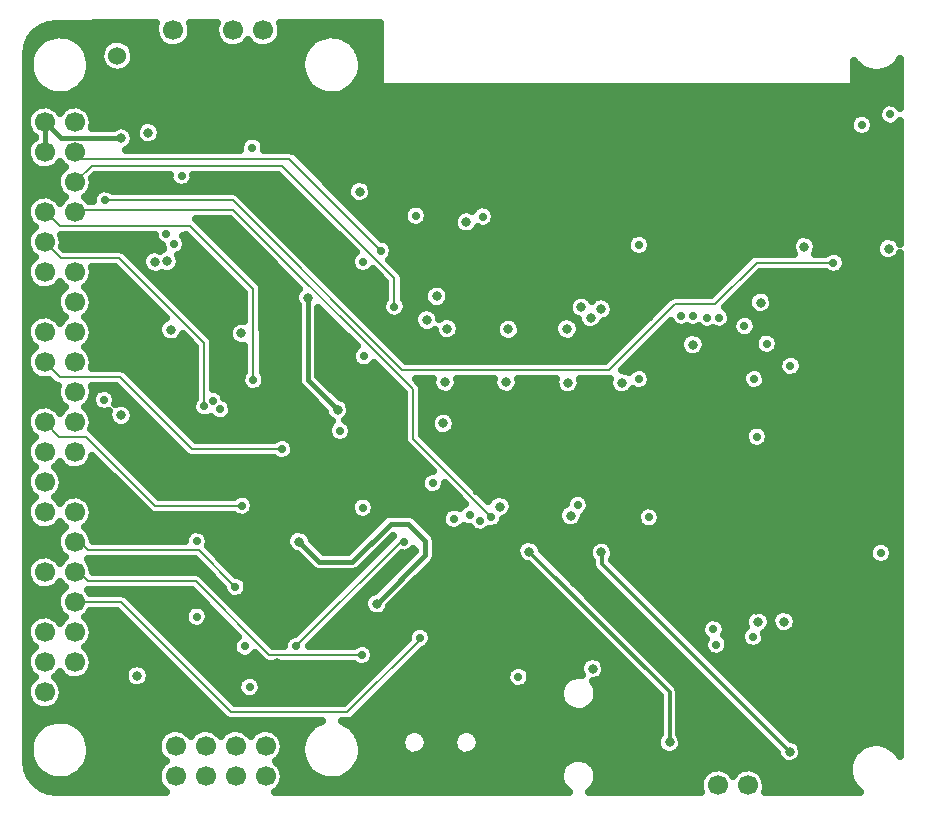
<source format=gbr>
G04 DipTrace 2.4.0.2*
%INInner2.gbr*%
%MOMM*%
%ADD14C,0.2*%
%ADD15C,0.4*%
%ADD16C,0.3*%
%ADD19C,0.635*%
%ADD30C,1.7*%
%ADD44C,1.524*%
%ADD56C,0.7*%
%ADD58C,0.8*%
%FSLAX53Y53*%
G04*
G71*
G90*
G75*
G01*
%LNInner2_Plane*%
%LPD*%
X44320Y24000D2*
D14*
X44480D1*
X38200Y17720D1*
X28360D1*
X19040Y27040D1*
X15156D1*
X15129Y27013D1*
Y29553D2*
Y29760D1*
X15280D1*
X16240Y28800D1*
X25360D1*
X31600Y22560D1*
X39440D1*
X17680Y61040D2*
X28480D1*
X42860Y46660D1*
X60340D1*
X65920Y52240D1*
X69340D1*
X72860Y55760D1*
X79360D1*
X28720Y28320D2*
X25600Y31440D1*
X16240D1*
X15587Y32093D1*
X15129D1*
X32670Y40000D2*
X25040D1*
X18960Y46080D1*
X13842D1*
X12589Y47333D1*
X38560Y33020D2*
D15*
Y32400D1*
X38640Y32320D1*
X29030Y18650D2*
X29840D1*
X29440Y26320D2*
D16*
X30160D1*
X32240Y21840D2*
D15*
Y21280D1*
X24400Y46080D2*
Y47920D1*
X21680Y52160D2*
X21760Y52080D1*
X25310Y36870D2*
Y36320D1*
X24800D1*
X34240Y21200D2*
X34960D1*
X38000Y37120D2*
X37680D1*
X37280Y37520D1*
X44000Y20000D2*
X44480D1*
X47625Y43365D2*
X48820Y44560D1*
X63670Y35310D2*
X62540D1*
Y35190D1*
X50530Y19440D2*
X51200D1*
X84320Y16800D2*
X83680D1*
X75040Y24090D2*
Y23680D1*
X75120Y23600D1*
X65440Y32320D2*
X66320D1*
X58670Y23300D2*
X59010Y22960D1*
X52430Y23360D2*
Y22880D1*
X50480Y36320D2*
X49040D1*
X67660Y41170D2*
X67970D1*
X68480Y41680D1*
X66230Y46040D2*
X66960D1*
X63760Y51200D2*
Y52160D1*
X68450Y53710D2*
X67120Y55040D1*
X48480Y58000D2*
X49040Y56240D1*
X49120D1*
X47460Y52970D2*
Y54160D1*
X48480D1*
X48320Y54000D1*
X80800Y40750D2*
Y41600D1*
X81360Y42160D1*
X76950Y35460D2*
X78560D1*
X78210Y35110D1*
X33200Y34240D2*
X33760D1*
X33840Y34160D1*
X84800Y28720D2*
Y28880D1*
X78800Y28320D2*
X79200D1*
X79280Y28240D1*
X31200Y29709D2*
Y29040D1*
X18080Y25658D2*
Y26240D1*
X18160Y26320D1*
X72800Y26400D2*
X73440Y26320D1*
X31040Y53840D2*
X30880Y53680D1*
X29298Y46778D2*
X28480Y45960D1*
X30400Y68320D2*
X28880D1*
X33360Y60480D2*
X33920Y59920D1*
X29200Y52000D2*
Y51680D1*
X28880D1*
X28400Y51200D1*
X20160Y46470D2*
X19680Y50400D1*
X19440Y50640D1*
X27040Y67120D2*
Y66640D1*
X21990Y16350D2*
X20870Y17470D1*
X17360Y22560D2*
Y22880D1*
X18160D1*
X77360Y67470D2*
X77940D1*
Y69390D1*
X75220Y57070D2*
Y58240D1*
X73280D1*
X78890Y57070D2*
X80240D1*
X82410Y56960D2*
X81440D1*
X84740Y64630D2*
X83990Y65380D1*
X76740Y40850D2*
X77490D1*
X78080Y41440D1*
X62640Y11760D2*
Y13040D1*
X62480Y13200D1*
X56180Y37490D2*
X56820Y36850D1*
X77610Y51270D2*
Y50270D1*
X77510Y50170D1*
X37840Y56240D2*
X37400D1*
X36560Y57080D1*
X60970Y34890D2*
X60370Y34100D1*
X53580Y31310D2*
D16*
X65480Y19410D1*
Y15170D1*
X59710Y31250D2*
X59750D1*
Y30280D1*
X75650Y14380D1*
X34860Y52780D2*
D15*
Y45830D1*
X37370Y43320D1*
X12589Y67653D2*
Y65113D1*
X19040Y66320D2*
X13922D1*
X12589Y67653D1*
X40700Y26890D2*
X44810Y31000D1*
Y32220D1*
X43370Y33660D1*
X41860D1*
X38630Y30430D1*
X35830D1*
X34100Y32160D1*
X42960D2*
D14*
Y32400D1*
X33840Y23280D1*
X50400Y34240D2*
X43760Y40880D1*
Y45040D1*
X28560Y60240D1*
X15336D1*
X15129Y60033D1*
X29280Y35200D2*
X21920D1*
X16080Y41040D1*
X13802D1*
X12589Y42253D1*
X42190Y52050D2*
Y54470D1*
X32660Y64000D1*
X16556D1*
X15129Y62573D1*
Y65113D2*
X15682Y64560D1*
X33270D1*
X41040Y56790D1*
X26080Y43600D2*
Y48960D1*
X18880Y56160D1*
X13922D1*
X12589Y57493D1*
Y60033D2*
X12687D1*
X13840Y58880D1*
X24880D1*
X30240Y53520D1*
Y45840D1*
D56*
X72880Y41050D3*
X44320Y24000D3*
X69440Y23440D3*
X49680Y59680D3*
X39440Y22560D3*
D3*
X17600Y44160D3*
X25440Y25800D3*
X39520Y35040D3*
X25440Y32190D3*
X17680Y61040D3*
X79360Y55760D3*
X83360Y31200D3*
X28720Y28320D3*
X66480Y51280D3*
X37570Y41530D3*
X45440Y37120D3*
X67440Y51280D3*
X32670Y40000D3*
X29920Y19840D3*
X69200Y24720D3*
X63730Y34220D3*
X57700Y35250D3*
X69200Y24720D3*
D58*
X38560Y33020D3*
X29030Y18650D3*
X29440Y26320D3*
X32240Y21840D3*
X24400Y46080D3*
X21680Y52160D3*
X25310Y36870D3*
X34240Y21200D3*
X38000Y37120D3*
X44000Y20000D3*
X47625Y43365D3*
X63670Y35310D3*
X50530Y19440D3*
X84320Y16800D3*
X75040Y24090D3*
X65440Y32320D3*
X58670Y23300D3*
X52430Y23360D3*
X50480Y36320D3*
X67660Y41170D3*
X66230Y46040D3*
X63760Y51200D3*
X68450Y53710D3*
X48480Y58000D3*
X47460Y52970D3*
X80800Y40750D3*
X76950Y35460D3*
X33200Y34240D3*
X84800Y28720D3*
X78800Y28320D3*
X31200Y29709D3*
X18080Y25658D3*
X72800Y26400D3*
X31040Y53840D3*
X29298Y46778D3*
X30400Y68320D3*
X33360Y60480D3*
X29200Y52000D3*
X20160Y46470D3*
X27040Y67120D3*
X20870Y17470D3*
X17360Y22560D3*
X31200Y29709D3*
X77940Y69390D3*
X75220Y57070D3*
X78890D3*
X82410Y56960D3*
X84740Y64630D3*
X76740Y40850D3*
X62640Y11760D3*
X56180Y37490D3*
X77610Y51270D3*
X36560Y57080D3*
X60970Y34890D3*
D56*
X30160Y65520D3*
X24160Y63120D3*
D58*
X59678Y51842D3*
X56790Y50160D3*
X58800Y51120D3*
X51840Y50130D3*
X58000Y52000D3*
X46660Y50190D3*
D56*
X29520Y23280D3*
X72550Y24090D3*
D58*
X53580Y31310D3*
X65480Y15170D3*
D56*
X22880Y58240D3*
D58*
X46460Y45670D3*
X51620D3*
X56880Y45610D3*
X61440D3*
X56880D3*
X59710Y31250D3*
X75650Y14380D3*
X21900Y55830D3*
X34860Y52780D3*
X37370Y43320D3*
X23260Y50090D3*
X21900Y55830D3*
X34860Y52780D3*
D56*
X23520Y57360D3*
D58*
X19040Y66320D3*
Y42850D3*
X40700Y26890D3*
X34100Y32160D3*
D56*
X42960D3*
X33840Y23280D3*
X72640Y45920D3*
X75720Y47030D3*
X50400Y34240D3*
X69680Y51120D3*
X29280Y35200D3*
X42190Y52050D3*
X27440Y43360D3*
X44000Y59760D3*
X81760Y67440D3*
X42190Y52050D3*
X44000Y59760D3*
X68640Y51120D3*
X47210Y34090D3*
D3*
X26800Y44080D3*
X41040Y56790D3*
X84160Y68320D3*
X41040Y56790D3*
X48560Y34400D3*
X71824Y50400D3*
X49440Y33920D3*
X73710Y48910D3*
D58*
X58960Y21397D3*
D56*
X52680Y20700D3*
D58*
X22960Y55900D3*
X21350Y66780D3*
X29235Y49795D3*
D56*
X26080Y43600D3*
X39600Y47840D3*
X26080Y43600D3*
X30240Y45840D3*
X39520Y55840D3*
X30240Y45840D3*
D58*
X39240Y61790D3*
X48280Y59230D3*
X72960Y25360D3*
X75170Y25390D3*
X46320Y42160D3*
X51120Y35120D3*
X67460Y48830D3*
X20400Y20800D3*
X45770Y52920D3*
X84030Y56960D3*
X76880Y57130D3*
X57123Y34353D3*
X73190Y52400D3*
X44930Y50910D3*
D56*
X62880Y45920D3*
Y57280D3*
X11989Y75430D2*
D19*
X21863D1*
X25036D2*
X26943D1*
X32656D2*
X40883D1*
X11413Y74798D2*
X12596D1*
X15124D2*
X22002D1*
X24887D2*
X27082D1*
X32507D2*
X35595D1*
X38123D2*
X40883D1*
X11145Y74167D2*
X11822D1*
X15898D2*
X17507D1*
X19936D2*
X22547D1*
X24341D2*
X27627D1*
X29421D2*
X30167D1*
X31961D2*
X34821D1*
X38897D2*
X40883D1*
X11056Y73535D2*
X11423D1*
X16285D2*
X17239D1*
X20204D2*
X34434D1*
X39284D2*
X40883D1*
X11046Y72903D2*
X11244D1*
X16463D2*
X17279D1*
X20154D2*
X34255D1*
X39462D2*
X40883D1*
X11046Y72272D2*
X11244D1*
X16483D2*
X17666D1*
X19777D2*
X34235D1*
X39482D2*
X40883D1*
X81144D2*
X81592D1*
X84408D2*
X84956D1*
X11046Y71640D2*
X11382D1*
X16334D2*
X34384D1*
X39333D2*
X40883D1*
X81144D2*
X84956D1*
X11046Y71008D2*
X11723D1*
X15997D2*
X34722D1*
X38996D2*
X40883D1*
X81144D2*
X84956D1*
X11046Y70377D2*
X12377D1*
X15332D2*
X35386D1*
X38341D2*
X84956D1*
X11046Y69745D2*
X84956D1*
X11046Y69113D2*
X12090D1*
X13080D2*
X14630D1*
X15620D2*
X83448D1*
X11046Y68482D2*
X11244D1*
X16473D2*
X83091D1*
X16701Y67850D2*
X80759D1*
X82761D2*
X83190D1*
X16652Y67218D2*
X18390D1*
X19688D2*
X20305D1*
X22397D2*
X80700D1*
X82821D2*
X84956D1*
X11046Y66587D2*
X11441D1*
X22466D2*
X81136D1*
X82384D2*
X84956D1*
X11046Y65955D2*
X11264D1*
X20115D2*
X20603D1*
X22099D2*
X29175D1*
X31148D2*
X84956D1*
X33450Y65323D2*
X84956D1*
X34293Y64692D2*
X84956D1*
X11046Y64060D2*
X11421D1*
X13755D2*
X13966D1*
X34928D2*
X84956D1*
X11046Y63428D2*
X13806D1*
X35553D2*
X84956D1*
X11046Y62797D2*
X13558D1*
X16701D2*
X23123D1*
X25195D2*
X32707D1*
X36188D2*
X38809D1*
X39671D2*
X84956D1*
X11046Y62165D2*
X13598D1*
X16662D2*
X23728D1*
X24589D2*
X33342D1*
X36823D2*
X38174D1*
X40306D2*
X84956D1*
X11046Y61533D2*
X12268D1*
X12920D2*
X13955D1*
X16305D2*
X16723D1*
X29143D2*
X33967D1*
X37448D2*
X38135D1*
X40345D2*
X84956D1*
X11046Y60902D2*
X11283D1*
X29778D2*
X34602D1*
X38083D2*
X38571D1*
X39909D2*
X84956D1*
X30404Y60270D2*
X35237D1*
X38718D2*
X43046D1*
X44949D2*
X47957D1*
X50575D2*
X84956D1*
X31039Y59638D2*
X35863D1*
X39343D2*
X42917D1*
X45078D2*
X47223D1*
X50763D2*
X84956D1*
X11046Y59007D2*
X11401D1*
X25909D2*
X28639D1*
X31674D2*
X36498D1*
X39978D2*
X43244D1*
X44751D2*
X47164D1*
X50515D2*
X84956D1*
X11046Y58375D2*
X11283D1*
X26544D2*
X29265D1*
X32299D2*
X37133D1*
X40613D2*
X47570D1*
X48987D2*
X84956D1*
X14152Y57743D2*
X21922D1*
X24530D2*
X24861D1*
X27169D2*
X29900D1*
X32934D2*
X37758D1*
X41476D2*
X61907D1*
X63850D2*
X75937D1*
X77820D2*
X83230D1*
X14132Y57112D2*
X22468D1*
X24579D2*
X25494D1*
X27804D2*
X30535D1*
X33569D2*
X38393D1*
X42072D2*
X61808D1*
X63949D2*
X75748D1*
X78019D2*
X82902D1*
X11046Y56480D2*
X11382D1*
X19718D2*
X20980D1*
X24103D2*
X26119D1*
X28439D2*
X31160D1*
X34194D2*
X38661D1*
X42082D2*
X62175D1*
X63582D2*
X72514D1*
X80152D2*
X83011D1*
X11046Y55848D2*
X11303D1*
X20353D2*
X20761D1*
X24093D2*
X26754D1*
X29064D2*
X31795D1*
X34829D2*
X38432D1*
X41972D2*
X71790D1*
X80440D2*
X84956D1*
X16692Y55217D2*
X18668D1*
X23845D2*
X27389D1*
X29699D2*
X32430D1*
X35464D2*
X38651D1*
X42598D2*
X71165D1*
X80291D2*
X84956D1*
X16672Y54585D2*
X19303D1*
X21613D2*
X28014D1*
X30334D2*
X33055D1*
X36089D2*
X40923D1*
X43014D2*
X70530D1*
X72839D2*
X84956D1*
X11046Y53953D2*
X11382D1*
X16344D2*
X19928D1*
X22248D2*
X28649D1*
X30939D2*
X33690D1*
X36724D2*
X41349D1*
X43024D2*
X45417D1*
X46120D2*
X69895D1*
X72204D2*
X84956D1*
X11046Y53322D2*
X13846D1*
X16414D2*
X20563D1*
X22873D2*
X29284D1*
X31078D2*
X33868D1*
X37359D2*
X41349D1*
X43024D2*
X44713D1*
X46824D2*
X69270D1*
X71579D2*
X72573D1*
X73802D2*
X84956D1*
X11046Y52690D2*
X13568D1*
X16692D2*
X21198D1*
X23508D2*
X29403D1*
X31078D2*
X33729D1*
X37984D2*
X41330D1*
X43054D2*
X44663D1*
X46884D2*
X57115D1*
X60397D2*
X65211D1*
X70944D2*
X72097D1*
X74288D2*
X84956D1*
X11046Y52058D2*
X13588D1*
X16672D2*
X21823D1*
X24133D2*
X29403D1*
X31078D2*
X33928D1*
X38619D2*
X41101D1*
X43272D2*
X45070D1*
X46477D2*
X56867D1*
X60794D2*
X64586D1*
X70319D2*
X72107D1*
X74268D2*
X84956D1*
X11046Y51427D2*
X13905D1*
X16354D2*
X22458D1*
X24768D2*
X29403D1*
X31078D2*
X33928D1*
X35791D2*
X36220D1*
X39254D2*
X41320D1*
X43064D2*
X43929D1*
X45931D2*
X57026D1*
X60735D2*
X63951D1*
X70716D2*
X72673D1*
X73703D2*
X84956D1*
X11046Y50795D2*
X11323D1*
X16404D2*
X22389D1*
X25403D2*
X28788D1*
X31078D2*
X33928D1*
X35791D2*
X36845D1*
X39879D2*
X43800D1*
X47608D2*
X50934D1*
X52748D2*
X55865D1*
X59971D2*
X63316D1*
X72829D2*
X84956D1*
X16692Y50163D2*
X22131D1*
X26028D2*
X28163D1*
X31078D2*
X33928D1*
X35791D2*
X37480D1*
X40514D2*
X44098D1*
X47797D2*
X50706D1*
X52976D2*
X55657D1*
X57927D2*
X58256D1*
X59346D2*
X62691D1*
X65001D2*
X68218D1*
X70101D2*
X70768D1*
X72879D2*
X84956D1*
X16672Y49532D2*
X22280D1*
X26663D2*
X28133D1*
X31078D2*
X33928D1*
X35791D2*
X38115D1*
X41149D2*
X45755D1*
X47568D2*
X50884D1*
X52797D2*
X55855D1*
X57718D2*
X62056D1*
X64366D2*
X66581D1*
X68335D2*
X71224D1*
X72423D2*
X72831D1*
X74586D2*
X84956D1*
X11046Y48900D2*
X11362D1*
X16364D2*
X24988D1*
X26921D2*
X28580D1*
X31078D2*
X33928D1*
X35791D2*
X38740D1*
X41774D2*
X61421D1*
X63731D2*
X66323D1*
X68593D2*
X72623D1*
X74794D2*
X84956D1*
X11046Y48268D2*
X11323D1*
X16394D2*
X25246D1*
X26921D2*
X29403D1*
X31078D2*
X33928D1*
X35791D2*
X38611D1*
X42409D2*
X60796D1*
X63106D2*
X66481D1*
X68434D2*
X72851D1*
X74566D2*
X84956D1*
X16682Y47637D2*
X25246D1*
X26921D2*
X29403D1*
X31078D2*
X33928D1*
X35791D2*
X38532D1*
X43044D2*
X60161D1*
X62471D2*
X74836D1*
X76610D2*
X84956D1*
X16682Y47005D2*
X25246D1*
X26921D2*
X29403D1*
X31078D2*
X33928D1*
X35791D2*
X38948D1*
X40256D2*
X40631D1*
X61836D2*
X74637D1*
X76808D2*
X84956D1*
X11046Y46373D2*
X11342D1*
X19827D2*
X25246D1*
X26921D2*
X29304D1*
X31177D2*
X33928D1*
X35791D2*
X41270D1*
X63860D2*
X71661D1*
X73623D2*
X74875D1*
X76570D2*
X84956D1*
X11046Y45742D2*
X13022D1*
X20452D2*
X25246D1*
X26921D2*
X29155D1*
X31326D2*
X33928D1*
X36248D2*
X41905D1*
X44215D2*
X45328D1*
X47598D2*
X50487D1*
X52758D2*
X55756D1*
X58006D2*
X60310D1*
X63949D2*
X71571D1*
X73713D2*
X84956D1*
X11046Y45110D2*
X13578D1*
X16682D2*
X17160D1*
X18041D2*
X18777D1*
X21087D2*
X25246D1*
X26921D2*
X29463D1*
X31019D2*
X34285D1*
X36883D2*
X42530D1*
X44592D2*
X45477D1*
X47439D2*
X50646D1*
X52599D2*
X55865D1*
X57897D2*
X60429D1*
X63572D2*
X71948D1*
X73326D2*
X84956D1*
X11046Y44478D2*
X13578D1*
X18636D2*
X19402D1*
X21722D2*
X25246D1*
X27804D2*
X34910D1*
X37508D2*
X42927D1*
X44592D2*
X84956D1*
X11046Y43847D2*
X13876D1*
X19499D2*
X20037D1*
X22347D2*
X25028D1*
X28399D2*
X35545D1*
X38371D2*
X42927D1*
X44592D2*
X84956D1*
X11046Y43215D2*
X11342D1*
X16374D2*
X17150D1*
X20115D2*
X20672D1*
X22982D2*
X25068D1*
X28518D2*
X36180D1*
X38500D2*
X42927D1*
X44592D2*
X46062D1*
X46582D2*
X84956D1*
X16682Y42583D2*
X17934D1*
X20144D2*
X21297D1*
X23617D2*
X26715D1*
X28171D2*
X36527D1*
X38212D2*
X42927D1*
X44592D2*
X45268D1*
X47370D2*
X84956D1*
X16682Y41952D2*
X18390D1*
X19688D2*
X21932D1*
X24242D2*
X36577D1*
X38569D2*
X42927D1*
X44592D2*
X45209D1*
X47439D2*
X72335D1*
X73425D2*
X84956D1*
X11046Y41320D2*
X11323D1*
X16959D2*
X22567D1*
X24877D2*
X36507D1*
X38639D2*
X42927D1*
X44592D2*
X45586D1*
X47052D2*
X71829D1*
X73931D2*
X84956D1*
X11046Y40688D2*
X11362D1*
X17584D2*
X23192D1*
X33489D2*
X36924D1*
X38212D2*
X42947D1*
X45108D2*
X71859D1*
X73901D2*
X84956D1*
X18219Y40057D2*
X23827D1*
X33757D2*
X43423D1*
X45743D2*
X72573D1*
X73191D2*
X84956D1*
X18854Y39425D2*
X24462D1*
X33579D2*
X44058D1*
X46368D2*
X84956D1*
X11046Y38793D2*
X11303D1*
X16404D2*
X17170D1*
X19480D2*
X44693D1*
X47003D2*
X84956D1*
X11046Y38162D2*
X11362D1*
X13814D2*
X17805D1*
X20115D2*
X45318D1*
X47638D2*
X84956D1*
X14132Y37530D2*
X18430D1*
X20750D2*
X44435D1*
X48263D2*
X84956D1*
X14152Y36898D2*
X19065D1*
X21375D2*
X44376D1*
X48898D2*
X84956D1*
X11046Y36267D2*
X11303D1*
X13874D2*
X19700D1*
X22010D2*
X44812D1*
X46070D2*
X47213D1*
X49533D2*
X57522D1*
X57870D2*
X84956D1*
X11046Y35635D2*
X11382D1*
X16344D2*
X20325D1*
X30265D2*
X38621D1*
X40415D2*
X47848D1*
X52123D2*
X56689D1*
X58711D2*
X84956D1*
X16672Y35003D2*
X20960D1*
X30344D2*
X38432D1*
X40603D2*
X46687D1*
X52252D2*
X56202D1*
X58760D2*
X63009D1*
X64455D2*
X84956D1*
X16692Y34372D2*
X28620D1*
X29947D2*
X38680D1*
X40355D2*
X41290D1*
X43937D2*
X46161D1*
X51954D2*
X55984D1*
X58284D2*
X62652D1*
X64803D2*
X84956D1*
X11046Y33740D2*
X11283D1*
X16424D2*
X40645D1*
X44592D2*
X46181D1*
X51359D2*
X56183D1*
X58066D2*
X62761D1*
X64694D2*
X84956D1*
X11046Y33108D2*
X13935D1*
X16324D2*
X24929D1*
X25949D2*
X33531D1*
X34660D2*
X40010D1*
X45217D2*
X46856D1*
X47558D2*
X48751D1*
X50128D2*
X84956D1*
X11046Y32477D2*
X13588D1*
X16662D2*
X24393D1*
X26484D2*
X33015D1*
X35186D2*
X39375D1*
X45703D2*
X84956D1*
X11046Y31845D2*
X13568D1*
X26465D2*
X33015D1*
X35712D2*
X38750D1*
X45743D2*
X52591D1*
X54573D2*
X58752D1*
X60665D2*
X82505D1*
X84220D2*
X84956D1*
X11046Y31213D2*
X13826D1*
X26980D2*
X33531D1*
X43411D2*
X43731D1*
X45743D2*
X52452D1*
X54901D2*
X58574D1*
X60844D2*
X82277D1*
X84448D2*
X84956D1*
X11046Y30582D2*
X11401D1*
X16314D2*
X25306D1*
X27615D2*
X34384D1*
X42300D2*
X43096D1*
X45644D2*
X52730D1*
X55536D2*
X58812D1*
X60675D2*
X82485D1*
X84240D2*
X84956D1*
X16662Y29950D2*
X25931D1*
X28250D2*
X35009D1*
X41665D2*
X42461D1*
X45058D2*
X53712D1*
X56171D2*
X58931D1*
X61310D2*
X84956D1*
X25998Y29318D2*
X26566D1*
X29005D2*
X38720D1*
X41030D2*
X41836D1*
X44423D2*
X54347D1*
X56796D2*
X59487D1*
X61935D2*
X84956D1*
X11046Y28687D2*
X11283D1*
X26633D2*
X27201D1*
X29739D2*
X38095D1*
X40405D2*
X41201D1*
X43798D2*
X54972D1*
X57431D2*
X60122D1*
X62570D2*
X84956D1*
X11046Y28055D2*
X12258D1*
X12920D2*
X13955D1*
X27258D2*
X27675D1*
X29769D2*
X37460D1*
X39770D2*
X40566D1*
X43163D2*
X55607D1*
X58066D2*
X60747D1*
X63205D2*
X84956D1*
X11046Y27423D2*
X13598D1*
X19817D2*
X25583D1*
X27893D2*
X28157D1*
X29272D2*
X36825D1*
X39135D2*
X39702D1*
X42528D2*
X56242D1*
X58691D2*
X61382D1*
X63830D2*
X84956D1*
X11046Y26792D2*
X13558D1*
X20442D2*
X25127D1*
X25750D2*
X26209D1*
X28528D2*
X36200D1*
X38510D2*
X39573D1*
X41903D2*
X56867D1*
X59326D2*
X62007D1*
X64465D2*
X84956D1*
X11046Y26160D2*
X13806D1*
X16453D2*
X18767D1*
X21077D2*
X24423D1*
X26465D2*
X26844D1*
X29153D2*
X35565D1*
X37875D2*
X39851D1*
X41546D2*
X57502D1*
X59961D2*
X62642D1*
X65100D2*
X72187D1*
X73742D2*
X74359D1*
X75985D2*
X84956D1*
X11046Y25528D2*
X11421D1*
X13755D2*
X13966D1*
X16295D2*
X19392D1*
X21712D2*
X24393D1*
X26484D2*
X27479D1*
X29788D2*
X34930D1*
X37240D2*
X58137D1*
X60586D2*
X63277D1*
X65725D2*
X68506D1*
X69893D2*
X71839D1*
X76292D2*
X84956D1*
X16652Y24897D2*
X20027D1*
X22337D2*
X24899D1*
X25978D2*
X28104D1*
X30423D2*
X34305D1*
X36615D2*
X43760D1*
X44880D2*
X58762D1*
X61221D2*
X63902D1*
X66360D2*
X68128D1*
X70270D2*
X71859D1*
X76183D2*
X84956D1*
X16701Y24265D2*
X20662D1*
X22972D2*
X28739D1*
X31048D2*
X33501D1*
X35980D2*
X43264D1*
X45376D2*
X59397D1*
X61856D2*
X64537D1*
X66995D2*
X68218D1*
X70180D2*
X71482D1*
X73623D2*
X84956D1*
X11046Y23633D2*
X11264D1*
X16463D2*
X21287D1*
X23607D2*
X28501D1*
X31683D2*
X32817D1*
X35345D2*
X42957D1*
X45336D2*
X60032D1*
X62481D2*
X65172D1*
X67620D2*
X68377D1*
X70508D2*
X71571D1*
X73524D2*
X84956D1*
X11046Y23002D2*
X11441D1*
X16275D2*
X21922D1*
X24232D2*
X28471D1*
X40425D2*
X42322D1*
X44641D2*
X60657D1*
X63116D2*
X65797D1*
X68255D2*
X68458D1*
X70428D2*
X84956D1*
X16652Y22370D2*
X22557D1*
X24867D2*
X28987D1*
X30046D2*
X30634D1*
X40504D2*
X41697D1*
X44006D2*
X58445D1*
X59475D2*
X61292D1*
X63751D2*
X66432D1*
X68890D2*
X84956D1*
X16701Y21738D2*
X19819D1*
X20988D2*
X23182D1*
X25502D2*
X38770D1*
X40107D2*
X41062D1*
X43371D2*
X57879D1*
X60040D2*
X61927D1*
X64376D2*
X67067D1*
X69516D2*
X84956D1*
X11046Y21107D2*
X11244D1*
X16473D2*
X19313D1*
X21494D2*
X23817D1*
X26127D2*
X40427D1*
X42746D2*
X51678D1*
X53680D2*
X57859D1*
X60060D2*
X62552D1*
X65011D2*
X67692D1*
X70151D2*
X84956D1*
X11046Y20475D2*
X11460D1*
X13725D2*
X14630D1*
X15630D2*
X19313D1*
X21484D2*
X24452D1*
X26762D2*
X29056D1*
X30781D2*
X39802D1*
X42111D2*
X51618D1*
X53740D2*
X56679D1*
X59574D2*
X63187D1*
X65646D2*
X68327D1*
X70786D2*
X84956D1*
X14112Y19843D2*
X19849D1*
X20948D2*
X25077D1*
X27397D2*
X28838D1*
X31009D2*
X39167D1*
X41476D2*
X52055D1*
X53303D2*
X56252D1*
X59316D2*
X63822D1*
X66241D2*
X68962D1*
X71411D2*
X84956D1*
X14161Y19212D2*
X25712D1*
X28022D2*
X29046D1*
X30790D2*
X38532D1*
X40851D2*
X56153D1*
X59415D2*
X64447D1*
X66370D2*
X69587D1*
X72046D2*
X84956D1*
X11046Y18580D2*
X11244D1*
X13943D2*
X26347D1*
X28657D2*
X37906D1*
X40216D2*
X56321D1*
X59246D2*
X64596D1*
X66370D2*
X70222D1*
X72681D2*
X84956D1*
X11046Y17948D2*
X12050D1*
X13130D2*
X26973D1*
X39581D2*
X56917D1*
X58651D2*
X64596D1*
X66370D2*
X70857D1*
X73306D2*
X84956D1*
X11046Y17317D2*
X27608D1*
X38956D2*
X64596D1*
X66370D2*
X71482D1*
X73941D2*
X84956D1*
X11046Y16685D2*
X12407D1*
X15312D2*
X35406D1*
X38311D2*
X64596D1*
X66370D2*
X72117D1*
X74576D2*
X84956D1*
X11046Y16053D2*
X11733D1*
X15987D2*
X22686D1*
X24629D2*
X25226D1*
X27169D2*
X27766D1*
X29709D2*
X30306D1*
X32249D2*
X34731D1*
X38986D2*
X43135D1*
X44622D2*
X47541D1*
X49027D2*
X64596D1*
X66370D2*
X72752D1*
X75201D2*
X84956D1*
X11046Y15422D2*
X11382D1*
X16334D2*
X22190D1*
X32745D2*
X34384D1*
X39333D2*
X42728D1*
X45038D2*
X47124D1*
X49434D2*
X64378D1*
X66589D2*
X73377D1*
X75965D2*
X84956D1*
X11046Y14790D2*
X11244D1*
X16483D2*
X22071D1*
X32864D2*
X34235D1*
X39482D2*
X42758D1*
X44999D2*
X47154D1*
X49404D2*
X64418D1*
X66549D2*
X74012D1*
X76709D2*
X81682D1*
X84319D2*
X84956D1*
X11046Y14158D2*
X11244D1*
X16463D2*
X22230D1*
X32705D2*
X34255D1*
X39462D2*
X43314D1*
X44453D2*
X47709D1*
X48848D2*
X65063D1*
X65904D2*
X74538D1*
X76759D2*
X81027D1*
X11046Y13527D2*
X11421D1*
X16295D2*
X22706D1*
X32229D2*
X34424D1*
X39294D2*
X56738D1*
X58820D2*
X74935D1*
X76362D2*
X80719D1*
X11125Y12895D2*
X11802D1*
X15908D2*
X22200D1*
X32745D2*
X34811D1*
X38917D2*
X56272D1*
X59296D2*
X68863D1*
X70299D2*
X71403D1*
X72839D2*
X80620D1*
X11373Y12263D2*
X12566D1*
X15144D2*
X22071D1*
X32864D2*
X35575D1*
X38143D2*
X56153D1*
X59415D2*
X68188D1*
X73514D2*
X80690D1*
X11899Y11632D2*
X22220D1*
X32715D2*
X56302D1*
X59266D2*
X68000D1*
X73703D2*
X80957D1*
X13457Y11000D2*
X22786D1*
X32150D2*
X56837D1*
X58730D2*
X68089D1*
X73613D2*
X81523D1*
X16410Y72206D2*
X16352Y71895D1*
X16256Y71592D1*
X16123Y71304D1*
X15955Y71035D1*
X15756Y70788D1*
X15528Y70567D1*
X15274Y70377D1*
X14999Y70219D1*
X14706Y70096D1*
X14401Y70010D1*
X14087Y69962D1*
X13770Y69954D1*
X13454Y69984D1*
X13144Y70054D1*
X12846Y70161D1*
X12562Y70303D1*
X12299Y70480D1*
X12059Y70688D1*
X11847Y70924D1*
X11665Y71184D1*
X11517Y71464D1*
X11404Y71761D1*
X11329Y72069D1*
X11292Y72384D1*
X11295Y72702D1*
X11336Y73016D1*
X11416Y73323D1*
X11533Y73618D1*
X11686Y73896D1*
X11871Y74154D1*
X12087Y74386D1*
X12330Y74590D1*
X12597Y74763D1*
X12882Y74901D1*
X13183Y75003D1*
X13493Y75068D1*
X13809Y75094D1*
X14126Y75080D1*
X14439Y75028D1*
X14743Y74937D1*
X15034Y74810D1*
X15307Y74648D1*
X15558Y74453D1*
X15782Y74229D1*
X15978Y73979D1*
X16141Y73707D1*
X16270Y73417D1*
X16361Y73113D1*
X16415Y72801D1*
X16430Y72523D1*
X16410Y72206D1*
Y14206D2*
X16352Y13895D1*
X16256Y13592D1*
X16123Y13304D1*
X15955Y13035D1*
X15756Y12788D1*
X15528Y12567D1*
X15274Y12377D1*
X14999Y12219D1*
X14706Y12096D1*
X14401Y12010D1*
X14087Y11962D1*
X13770Y11954D1*
X13454Y11984D1*
X13144Y12054D1*
X12846Y12161D1*
X12562Y12303D1*
X12299Y12480D1*
X12059Y12688D1*
X11847Y12924D1*
X11665Y13184D1*
X11517Y13464D1*
X11404Y13761D1*
X11329Y14069D1*
X11292Y14384D1*
X11295Y14702D1*
X11336Y15016D1*
X11416Y15323D1*
X11533Y15618D1*
X11686Y15896D1*
X11871Y16154D1*
X12087Y16386D1*
X12330Y16590D1*
X12597Y16763D1*
X12882Y16901D1*
X13183Y17003D1*
X13493Y17068D1*
X13809Y17094D1*
X14126Y17080D1*
X14439Y17028D1*
X14743Y16937D1*
X15034Y16810D1*
X15307Y16648D1*
X15558Y16453D1*
X15782Y16229D1*
X15978Y15979D1*
X16141Y15707D1*
X16270Y15417D1*
X16361Y15113D1*
X16415Y14801D1*
X16430Y14523D1*
X16410Y14206D1*
X39410Y72206D2*
X39352Y71895D1*
X39256Y71592D1*
X39123Y71304D1*
X38955Y71035D1*
X38756Y70788D1*
X38528Y70567D1*
X38274Y70377D1*
X37999Y70219D1*
X37706Y70096D1*
X37401Y70010D1*
X37087Y69962D1*
X36770Y69954D1*
X36454Y69984D1*
X36144Y70054D1*
X35846Y70161D1*
X35562Y70303D1*
X35299Y70480D1*
X35059Y70688D1*
X34847Y70924D1*
X34665Y71184D1*
X34517Y71464D1*
X34404Y71761D1*
X34329Y72069D1*
X34292Y72384D1*
X34295Y72702D1*
X34336Y73016D1*
X34416Y73323D1*
X34533Y73618D1*
X34686Y73896D1*
X34871Y74154D1*
X35087Y74386D1*
X35330Y74590D1*
X35597Y74763D1*
X35882Y74901D1*
X36183Y75003D1*
X36493Y75068D1*
X36809Y75094D1*
X37126Y75080D1*
X37439Y75028D1*
X37743Y74937D1*
X38034Y74810D1*
X38307Y74648D1*
X38558Y74453D1*
X38782Y74229D1*
X38978Y73979D1*
X39141Y73707D1*
X39270Y73417D1*
X39361Y73113D1*
X39415Y72801D1*
X39430Y72523D1*
X39410Y72206D1*
X73610Y11205D2*
X73551Y10978D1*
X81617D1*
X81410Y11150D1*
X81194Y11382D1*
X81012Y11642D1*
X80867Y11924D1*
X80762Y12224D1*
X80699Y12535D1*
X80679Y12851D1*
X80702Y13168D1*
X80769Y13478D1*
X80876Y13776D1*
X81024Y14057D1*
X81208Y14315D1*
X81426Y14546D1*
X81674Y14745D1*
X81946Y14908D1*
X82238Y15032D1*
X82544Y15116D1*
X82858Y15157D1*
X83176Y15154D1*
X83490Y15109D1*
X83794Y15021D1*
X84084Y14892D1*
X84354Y14725D1*
X84599Y14523D1*
X84813Y14289D1*
X85025Y13966D1*
X85023Y56555D1*
X84920Y56361D1*
X84707Y56128D1*
X84435Y55966D1*
X84128Y55892D1*
X83812Y55910D1*
X83515Y56019D1*
X83263Y56210D1*
X83077Y56466D1*
X82975Y56765D1*
X82964Y57082D1*
X83046Y57387D1*
X83213Y57656D1*
X83452Y57864D1*
X83740Y57993D1*
X84054Y58033D1*
X84366Y57979D1*
X84648Y57837D1*
X84877Y57618D1*
X85028Y57351D1*
X85023Y67766D1*
X84771Y67499D1*
X84491Y67352D1*
X84179Y67297D1*
X83866Y67340D1*
X83581Y67477D1*
X83351Y67694D1*
X83198Y67971D1*
X83138Y68281D1*
X83175Y68596D1*
X83306Y68883D1*
X83519Y69117D1*
X83793Y69275D1*
X84102Y69341D1*
X84417Y69310D1*
X84707Y69184D1*
X84945Y68976D1*
X85021Y68849D1*
X85023Y73025D1*
X84799Y72693D1*
X84582Y72462D1*
X84336Y72262D1*
X84064Y72098D1*
X83773Y71972D1*
X83467Y71887D1*
X83153Y71844D1*
X82836Y71845D1*
X82522Y71889D1*
X82216Y71976D1*
X81926Y72103D1*
X81655Y72269D1*
X81410Y72470D1*
X81194Y72702D1*
X81078Y72847D1*
Y70990D1*
X80922Y70722D1*
X80760Y70672D1*
X41260D1*
X40992Y70828D1*
X40943Y70990D1*
Y76060D1*
X32460Y76049D1*
X32545Y75798D1*
X32588Y75440D1*
X32555Y75125D1*
X32457Y74823D1*
X32300Y74548D1*
X32088Y74312D1*
X31833Y74125D1*
X31544Y73994D1*
X31234Y73927D1*
X30917Y73924D1*
X30607Y73988D1*
X30316Y74114D1*
X30058Y74298D1*
X29798Y74607D1*
X29548Y74312D1*
X29293Y74125D1*
X29004Y73994D1*
X28694Y73927D1*
X28377Y73924D1*
X28067Y73988D1*
X27776Y74114D1*
X27518Y74298D1*
X27303Y74531D1*
X27142Y74803D1*
X27040Y75103D1*
X27002Y75418D1*
X27031Y75734D1*
X27129Y76045D1*
X24840Y76038D1*
X24925Y75798D1*
X24968Y75440D1*
X24935Y75125D1*
X24837Y74823D1*
X24680Y74548D1*
X24468Y74312D1*
X24213Y74125D1*
X23924Y73994D1*
X23614Y73927D1*
X23297Y73924D1*
X22987Y73988D1*
X22696Y74114D1*
X22438Y74298D1*
X22223Y74531D1*
X22062Y74803D1*
X21960Y75103D1*
X21922Y75418D1*
X21951Y75734D1*
X22041Y76027D1*
X19670Y76031D1*
X13565Y76023D1*
X12849Y75928D1*
X12244Y75678D1*
X11723Y75278D1*
X11323Y74758D1*
X11072Y74151D1*
X10977Y73429D1*
X10978Y13564D1*
X11072Y12849D1*
X11322Y12244D1*
X11722Y11723D1*
X12242Y11323D1*
X12849Y11072D1*
X13571Y10977D1*
X22880Y10978D1*
X22653Y11148D1*
X22438Y11381D1*
X22277Y11653D1*
X22175Y11953D1*
X22137Y12268D1*
X22166Y12584D1*
X22259Y12887D1*
X22413Y13164D1*
X22621Y13403D1*
X22818Y13552D1*
X22653Y13688D1*
X22438Y13921D1*
X22277Y14193D1*
X22175Y14494D1*
X22137Y14808D1*
X22166Y15124D1*
X22259Y15427D1*
X22413Y15704D1*
X22621Y15943D1*
X22873Y16134D1*
X23160Y16269D1*
X23469Y16341D1*
X23786Y16348D1*
X24097Y16289D1*
X24390Y16167D1*
X24651Y15987D1*
X24869Y15757D1*
X24925Y15664D1*
X25161Y15943D1*
X25413Y16134D1*
X25700Y16269D1*
X26009Y16341D1*
X26326Y16348D1*
X26637Y16289D1*
X26930Y16167D1*
X27191Y15987D1*
X27409Y15757D1*
X27465Y15664D1*
X27701Y15943D1*
X27953Y16134D1*
X28240Y16269D1*
X28549Y16341D1*
X28866Y16348D1*
X29177Y16289D1*
X29470Y16167D1*
X29731Y15987D1*
X29949Y15757D1*
X30005Y15664D1*
X30241Y15943D1*
X30493Y16134D1*
X30780Y16269D1*
X31089Y16341D1*
X31406Y16348D1*
X31717Y16289D1*
X32010Y16167D1*
X32271Y15987D1*
X32489Y15757D1*
X32654Y15486D1*
X32760Y15188D1*
X32803Y14830D1*
X32770Y14515D1*
X32672Y14213D1*
X32515Y13938D1*
X32303Y13702D1*
X32120Y13568D1*
X32271Y13447D1*
X32489Y13217D1*
X32654Y12946D1*
X32760Y12648D1*
X32803Y12290D1*
X32770Y11975D1*
X32672Y11673D1*
X32515Y11398D1*
X32303Y11162D1*
X32056Y10981D1*
X56932Y10978D1*
X56598Y11266D1*
X56415Y11525D1*
X56288Y11815D1*
X56222Y12125D1*
X56219Y12442D1*
X56280Y12753D1*
X56402Y13045D1*
X56581Y13307D1*
X56808Y13528D1*
X57075Y13699D1*
X57371Y13813D1*
X57683Y13865D1*
X58000Y13853D1*
X58308Y13778D1*
X58595Y13642D1*
X58848Y13452D1*
X59058Y13215D1*
X59217Y12940D1*
X59316Y12639D1*
X59354Y12297D1*
X59322Y11982D1*
X59227Y11679D1*
X59074Y11402D1*
X58868Y11161D1*
X58626Y10972D1*
X68163Y10978D1*
X68095Y11183D1*
X68057Y11498D1*
X68086Y11814D1*
X68179Y12117D1*
X68333Y12394D1*
X68541Y12633D1*
X68793Y12824D1*
X69080Y12959D1*
X69389Y13031D1*
X69706Y13038D1*
X70017Y12979D1*
X70310Y12857D1*
X70571Y12677D1*
X70789Y12447D1*
X70845Y12354D1*
X71081Y12633D1*
X71333Y12824D1*
X71620Y12959D1*
X71929Y13031D1*
X72246Y13038D1*
X72557Y12979D1*
X72850Y12857D1*
X73111Y12677D1*
X73329Y12447D1*
X73494Y12176D1*
X73600Y11878D1*
X73643Y11520D1*
X73610Y11205D1*
X49358Y14847D2*
X49228Y14558D1*
X49022Y14318D1*
X48758Y14144D1*
X48455Y14051D1*
X48139Y14046D1*
X47834Y14129D1*
X47564Y14295D1*
X47351Y14529D1*
X47212Y14813D1*
X47157Y15125D1*
X47192Y15439D1*
X47313Y15732D1*
X47511Y15979D1*
X47770Y16161D1*
X48069Y16263D1*
X48385Y16278D1*
X48693Y16204D1*
X48968Y16047D1*
X49188Y15820D1*
X49336Y15540D1*
X49402Y15160D1*
X49358Y14847D1*
X44958D2*
X44828Y14558D1*
X44622Y14318D1*
X44358Y14144D1*
X44055Y14051D1*
X43739Y14046D1*
X43434Y14129D1*
X43164Y14295D1*
X42951Y14529D1*
X42812Y14813D1*
X42757Y15125D1*
X42792Y15439D1*
X42913Y15732D1*
X43111Y15979D1*
X43370Y16161D1*
X43669Y16263D1*
X43985Y16278D1*
X44293Y16204D1*
X44568Y16047D1*
X44788Y15820D1*
X44936Y15540D1*
X45002Y15160D1*
X44958Y14847D1*
X59322Y18982D2*
X59227Y18679D1*
X59074Y18402D1*
X58868Y18161D1*
X58618Y17966D1*
X58334Y17826D1*
X58027Y17745D1*
X57711Y17728D1*
X57397Y17774D1*
X57099Y17883D1*
X56829Y18049D1*
X56598Y18266D1*
X56415Y18525D1*
X56288Y18815D1*
X56222Y19125D1*
X56219Y19442D1*
X56280Y19753D1*
X56402Y20045D1*
X56581Y20307D1*
X56808Y20528D1*
X57075Y20699D1*
X57371Y20813D1*
X57683Y20865D1*
X58048Y20841D1*
X57905Y21202D1*
X57894Y21519D1*
X57976Y21824D1*
X58143Y22093D1*
X58382Y22301D1*
X58670Y22430D1*
X58984Y22470D1*
X59296Y22416D1*
X59578Y22274D1*
X59807Y22055D1*
X59962Y21780D1*
X60033Y21397D1*
X59986Y21084D1*
X59850Y20798D1*
X59637Y20565D1*
X59365Y20403D1*
X59058Y20329D1*
X58969Y20334D1*
X59217Y19940D1*
X59316Y19639D1*
X59354Y19297D1*
X59322Y18982D1*
X20120Y72995D2*
X20017Y72696D1*
X19850Y72426D1*
X19629Y72199D1*
X19363Y72027D1*
X19066Y71917D1*
X18751Y71875D1*
X18436Y71904D1*
X18134Y72000D1*
X17861Y72161D1*
X17630Y72377D1*
X17451Y72639D1*
X17335Y72934D1*
X17286Y73247D1*
X17308Y73563D1*
X17398Y73867D1*
X17552Y74144D1*
X17764Y74380D1*
X18022Y74564D1*
X18314Y74686D1*
X18626Y74742D1*
X18942Y74728D1*
X19248Y74644D1*
X19528Y74496D1*
X19768Y74290D1*
X19958Y74036D1*
X20087Y73746D1*
X20155Y73310D1*
X20120Y72995D1*
X73854Y40738D2*
X73712Y40455D1*
X73491Y40229D1*
X73211Y40082D1*
X72899Y40027D1*
X72586Y40070D1*
X72301Y40207D1*
X72071Y40424D1*
X71918Y40701D1*
X71858Y41011D1*
X71895Y41326D1*
X72026Y41613D1*
X72239Y41847D1*
X72513Y42005D1*
X72822Y42071D1*
X73137Y42040D1*
X73427Y41914D1*
X73665Y41706D1*
X73828Y41435D1*
X73903Y41050D1*
X73854Y40738D1*
X70414Y23128D2*
X70272Y22845D1*
X70051Y22619D1*
X69771Y22472D1*
X69459Y22417D1*
X69146Y22460D1*
X68861Y22597D1*
X68631Y22814D1*
X68478Y23091D1*
X68418Y23401D1*
X68455Y23716D1*
X68549Y23922D1*
X68391Y24094D1*
X68238Y24371D1*
X68178Y24681D1*
X68215Y24996D1*
X68346Y25283D1*
X68559Y25517D1*
X68833Y25675D1*
X69142Y25741D1*
X69457Y25710D1*
X69747Y25584D1*
X69985Y25376D1*
X70148Y25105D1*
X70223Y24720D1*
X70174Y24408D1*
X70090Y24240D1*
X70225Y24096D1*
X70388Y23825D1*
X70463Y23440D1*
X70414Y23128D1*
X50654Y59368D2*
X50512Y59085D1*
X50291Y58859D1*
X50011Y58712D1*
X49699Y58657D1*
X49386Y58700D1*
X49252Y58764D1*
X49170Y58631D1*
X48957Y58398D1*
X48685Y58236D1*
X48378Y58162D1*
X48062Y58180D1*
X47765Y58289D1*
X47513Y58480D1*
X47327Y58736D1*
X47225Y59035D1*
X47214Y59352D1*
X47296Y59657D1*
X47463Y59926D1*
X47702Y60134D1*
X47990Y60263D1*
X48304Y60303D1*
X48616Y60249D1*
X48784Y60165D1*
X48826Y60243D1*
X49039Y60477D1*
X49313Y60635D1*
X49622Y60701D1*
X49937Y60670D1*
X50227Y60544D1*
X50465Y60336D1*
X50628Y60065D1*
X50703Y59680D1*
X50654Y59368D1*
X38779Y23335D2*
X39073Y23515D1*
X39382Y23581D1*
X39697Y23550D1*
X39987Y23424D1*
X40225Y23216D1*
X40388Y22945D1*
X40463Y22560D1*
X40414Y22248D1*
X40272Y21965D1*
X40051Y21739D1*
X39771Y21592D1*
X39459Y21537D1*
X39146Y21580D1*
X38861Y21717D1*
X38782Y21792D1*
X18574Y43848D2*
X18552Y43803D1*
X18750Y43883D1*
X19064Y43923D1*
X19376Y43869D1*
X19658Y43727D1*
X19887Y43508D1*
X20042Y43233D1*
X20113Y42850D1*
X20066Y42537D1*
X19930Y42251D1*
X19717Y42018D1*
X19445Y41856D1*
X19138Y41782D1*
X18822Y41800D1*
X18525Y41909D1*
X18273Y42100D1*
X18087Y42356D1*
X17985Y42655D1*
X17974Y42972D1*
X18048Y43249D1*
X17931Y43192D1*
X17619Y43137D1*
X17306Y43180D1*
X17021Y43317D1*
X16791Y43534D1*
X16638Y43811D1*
X16578Y44121D1*
X16615Y44436D1*
X16746Y44723D1*
X16959Y44957D1*
X17233Y45115D1*
X17542Y45181D1*
X17857Y45150D1*
X18147Y45024D1*
X18385Y44816D1*
X18548Y44545D1*
X18623Y44160D1*
X18574Y43848D1*
X26414Y25488D2*
X26272Y25205D1*
X26051Y24979D1*
X25771Y24832D1*
X25459Y24777D1*
X25146Y24820D1*
X24861Y24957D1*
X24631Y25174D1*
X24478Y25451D1*
X24418Y25761D1*
X24455Y26076D1*
X24586Y26363D1*
X24799Y26597D1*
X25073Y26755D1*
X25382Y26821D1*
X25697Y26790D1*
X25987Y26664D1*
X26225Y26456D1*
X26388Y26185D1*
X26463Y25800D1*
X26414Y25488D1*
X40494Y34728D2*
X40352Y34445D1*
X40131Y34219D1*
X39851Y34072D1*
X39539Y34017D1*
X39226Y34060D1*
X38941Y34197D1*
X38711Y34414D1*
X38558Y34691D1*
X38498Y35001D1*
X38535Y35316D1*
X38666Y35603D1*
X38879Y35837D1*
X39153Y35995D1*
X39462Y36061D1*
X39777Y36030D1*
X40067Y35904D1*
X40305Y35696D1*
X40468Y35425D1*
X40543Y35040D1*
X40494Y34728D1*
X84334Y30888D2*
X84192Y30605D1*
X83971Y30379D1*
X83691Y30232D1*
X83379Y30177D1*
X83066Y30220D1*
X82781Y30357D1*
X82551Y30574D1*
X82398Y30851D1*
X82338Y31161D1*
X82375Y31476D1*
X82506Y31763D1*
X82719Y31997D1*
X82993Y32155D1*
X83302Y32221D1*
X83617Y32190D1*
X83907Y32064D1*
X84145Y31856D1*
X84308Y31585D1*
X84383Y31200D1*
X84334Y30888D1*
X30894Y19528D2*
X30752Y19245D1*
X30531Y19019D1*
X30251Y18872D1*
X29939Y18817D1*
X29626Y18860D1*
X29341Y18997D1*
X29111Y19214D1*
X28958Y19491D1*
X28898Y19801D1*
X28935Y20116D1*
X29066Y20403D1*
X29279Y20637D1*
X29553Y20795D1*
X29862Y20861D1*
X30177Y20830D1*
X30467Y20704D1*
X30705Y20496D1*
X30868Y20225D1*
X30943Y19840D1*
X30894Y19528D1*
X64704Y33908D2*
X64562Y33625D1*
X64341Y33399D1*
X64061Y33252D1*
X63749Y33197D1*
X63436Y33240D1*
X63151Y33377D1*
X62921Y33594D1*
X62768Y33871D1*
X62708Y34181D1*
X62745Y34496D1*
X62876Y34783D1*
X63089Y35017D1*
X63363Y35175D1*
X63672Y35241D1*
X63987Y35210D1*
X64277Y35084D1*
X64515Y34876D1*
X64678Y34605D1*
X64753Y34220D1*
X64704Y33908D1*
X58674Y34938D2*
X58532Y34655D1*
X58311Y34429D1*
X58196Y34353D1*
X58149Y34040D1*
X58013Y33754D1*
X57800Y33521D1*
X57528Y33359D1*
X57221Y33285D1*
X56905Y33303D1*
X56608Y33412D1*
X56356Y33603D1*
X56170Y33859D1*
X56068Y34158D1*
X56057Y34475D1*
X56139Y34780D1*
X56306Y35049D1*
X56545Y35257D1*
X56680Y35317D1*
X56715Y35526D1*
X56846Y35813D1*
X57059Y36047D1*
X57333Y36205D1*
X57642Y36271D1*
X57957Y36240D1*
X58247Y36114D1*
X58485Y35906D1*
X58648Y35635D1*
X58723Y35250D1*
X58674Y34938D1*
X68556Y23938D2*
X68391Y24094D1*
X68238Y24371D1*
X68178Y24681D1*
X68215Y24996D1*
X68346Y25283D1*
X68559Y25517D1*
X68833Y25675D1*
X69142Y25741D1*
X69457Y25710D1*
X69747Y25584D1*
X69985Y25376D1*
X70148Y25105D1*
X70223Y24720D1*
X70174Y24408D1*
X70090Y24240D1*
X58898Y52570D2*
X59100Y52745D1*
X59388Y52875D1*
X59702Y52914D1*
X60014Y52861D1*
X60296Y52719D1*
X60525Y52500D1*
X60680Y52224D1*
X60751Y51842D1*
X60704Y51529D1*
X60568Y51243D1*
X60355Y51010D1*
X60083Y50848D1*
X59824Y50785D1*
X59690Y50521D1*
X59477Y50288D1*
X59205Y50126D1*
X58898Y50052D1*
X58582Y50070D1*
X58285Y50179D1*
X58033Y50370D1*
X57847Y50626D1*
X57744Y50955D1*
X57637Y50818D1*
X57792Y50543D1*
X57863Y50160D1*
X57816Y49847D1*
X57680Y49561D1*
X57467Y49328D1*
X57195Y49166D1*
X56888Y49092D1*
X56572Y49110D1*
X56275Y49219D1*
X56023Y49410D1*
X55837Y49666D1*
X55735Y49965D1*
X55724Y50282D1*
X55806Y50587D1*
X55973Y50856D1*
X56212Y51064D1*
X56500Y51193D1*
X56814Y51233D1*
X57126Y51179D1*
X57408Y51037D1*
X57637Y50818D1*
X57735Y50967D1*
X57485Y51059D1*
X57233Y51250D1*
X57047Y51506D1*
X56945Y51805D1*
X56934Y52122D1*
X57016Y52427D1*
X57183Y52696D1*
X57422Y52904D1*
X57710Y53033D1*
X58024Y53073D1*
X58336Y53019D1*
X58618Y52877D1*
X58847Y52658D1*
X58891Y52581D1*
X52866Y49817D2*
X52730Y49531D1*
X52517Y49298D1*
X52245Y49136D1*
X51938Y49062D1*
X51622Y49080D1*
X51325Y49189D1*
X51073Y49380D1*
X50887Y49636D1*
X50785Y49935D1*
X50774Y50252D1*
X50856Y50557D1*
X51023Y50826D1*
X51262Y51034D1*
X51550Y51163D1*
X51864Y51203D1*
X52176Y51149D1*
X52458Y51007D1*
X52687Y50788D1*
X52842Y50513D1*
X52913Y50130D1*
X52866Y49817D1*
X47686Y49877D2*
X47550Y49591D1*
X47337Y49358D1*
X47065Y49196D1*
X46758Y49122D1*
X46442Y49140D1*
X46145Y49249D1*
X45893Y49440D1*
X45707Y49696D1*
X45605Y49995D1*
X45603Y50065D1*
X45335Y49916D1*
X45028Y49842D1*
X44712Y49860D1*
X44415Y49969D1*
X44163Y50160D1*
X43977Y50416D1*
X43875Y50715D1*
X43864Y51032D1*
X43946Y51337D1*
X44113Y51606D1*
X44352Y51814D1*
X44640Y51943D1*
X44954Y51983D1*
X45266Y51929D1*
X45548Y51787D1*
X45777Y51568D1*
X45932Y51293D1*
X45990Y51032D1*
X46370Y51223D1*
X46684Y51263D1*
X46996Y51209D1*
X47278Y51067D1*
X47507Y50848D1*
X47662Y50573D1*
X47733Y50190D1*
X47686Y49877D1*
X73524Y23778D2*
X73382Y23495D1*
X73161Y23269D1*
X72881Y23122D1*
X72569Y23067D1*
X72256Y23110D1*
X71971Y23247D1*
X71741Y23464D1*
X71588Y23741D1*
X71528Y24051D1*
X71565Y24366D1*
X71696Y24653D1*
X71909Y24887D1*
X71986Y24931D1*
X71905Y25165D1*
X71894Y25482D1*
X71976Y25787D1*
X72143Y26056D1*
X72382Y26264D1*
X72670Y26393D1*
X72984Y26433D1*
X73296Y26379D1*
X73578Y26237D1*
X73807Y26018D1*
X73962Y25743D1*
X74033Y25360D1*
X73986Y25047D1*
X73850Y24761D1*
X73637Y24528D1*
X73510Y24452D1*
X73573Y24090D1*
X73524Y23778D1*
X54646Y31408D2*
X66062Y19992D1*
X66238Y19730D1*
X66303Y19410D1*
Y15848D1*
X66482Y15553D1*
X66553Y15170D1*
X66506Y14857D1*
X66370Y14571D1*
X66157Y14338D1*
X65885Y14176D1*
X65578Y14102D1*
X65262Y14120D1*
X64965Y14229D1*
X64713Y14420D1*
X64527Y14676D1*
X64425Y14975D1*
X64414Y15292D1*
X64496Y15597D1*
X64658Y15857D1*
X64657Y19069D1*
X53483Y30243D1*
X53362Y30260D1*
X53065Y30369D1*
X52813Y30560D1*
X52627Y30816D1*
X52525Y31115D1*
X52514Y31432D1*
X52596Y31737D1*
X52763Y32006D1*
X53002Y32214D1*
X53290Y32343D1*
X53604Y32383D1*
X53916Y32329D1*
X54198Y32187D1*
X54427Y31968D1*
X54582Y31693D1*
X54644Y31413D1*
X57906Y45886D2*
X57953Y45610D1*
X57906Y45297D1*
X57770Y45011D1*
X57557Y44778D1*
X57285Y44616D1*
X56978Y44542D1*
X56662Y44560D1*
X56365Y44669D1*
X56113Y44860D1*
X55927Y45116D1*
X55825Y45415D1*
X55814Y45732D1*
X55857Y45894D1*
X60577Y30616D2*
X75746Y15448D1*
X75986Y15399D1*
X76268Y15257D1*
X76497Y15038D1*
X76652Y14763D1*
X76723Y14380D1*
X76676Y14067D1*
X76540Y13781D1*
X76327Y13548D1*
X76055Y13386D1*
X75748Y13312D1*
X75432Y13330D1*
X75135Y13439D1*
X74883Y13630D1*
X74697Y13886D1*
X74595Y14185D1*
X74592Y14274D1*
X59168Y29698D1*
X58992Y29960D1*
X58927Y30280D1*
Y30508D1*
X58757Y30756D1*
X58655Y31055D1*
X58644Y31372D1*
X58726Y31677D1*
X58893Y31946D1*
X59132Y32154D1*
X59420Y32283D1*
X59734Y32323D1*
X60046Y32269D1*
X60328Y32127D1*
X60557Y31908D1*
X60712Y31633D1*
X60783Y31250D1*
X60736Y30937D1*
X60567Y30615D1*
X22484Y54942D2*
X22305Y54836D1*
X21998Y54762D1*
X21682Y54780D1*
X21385Y54889D1*
X21133Y55080D1*
X20947Y55336D1*
X20845Y55635D1*
X20834Y55952D1*
X20916Y56257D1*
X21083Y56526D1*
X21322Y56734D1*
X21610Y56863D1*
X21924Y56903D1*
X22236Y56849D1*
X22351Y56791D1*
X73614Y45608D2*
X73472Y45325D1*
X73251Y45099D1*
X72971Y44952D1*
X72659Y44897D1*
X72346Y44940D1*
X72061Y45077D1*
X71831Y45294D1*
X71678Y45571D1*
X71618Y45881D1*
X71655Y46196D1*
X71786Y46483D1*
X71999Y46717D1*
X72273Y46875D1*
X72582Y46941D1*
X72897Y46910D1*
X73187Y46784D1*
X73425Y46576D1*
X73588Y46305D1*
X73663Y45920D1*
X73614Y45608D1*
X76694Y46718D2*
X76552Y46435D1*
X76331Y46209D1*
X76051Y46062D1*
X75739Y46007D1*
X75426Y46050D1*
X75141Y46187D1*
X74911Y46404D1*
X74758Y46681D1*
X74698Y46991D1*
X74735Y47306D1*
X74866Y47593D1*
X75079Y47827D1*
X75353Y47985D1*
X75662Y48051D1*
X75977Y48020D1*
X76267Y47894D1*
X76505Y47686D1*
X76668Y47415D1*
X76743Y47030D1*
X76694Y46718D1*
X44974Y59448D2*
X44832Y59165D1*
X44611Y58939D1*
X44331Y58792D1*
X44019Y58737D1*
X43706Y58780D1*
X43421Y58917D1*
X43191Y59134D1*
X43038Y59411D1*
X42978Y59721D1*
X43015Y60036D1*
X43146Y60323D1*
X43359Y60557D1*
X43633Y60715D1*
X43942Y60781D1*
X44257Y60750D1*
X44547Y60624D1*
X44785Y60416D1*
X44948Y60145D1*
X45023Y59760D1*
X44974Y59448D1*
X82734Y67128D2*
X82592Y66845D1*
X82371Y66619D1*
X82091Y66472D1*
X81779Y66417D1*
X81466Y66460D1*
X81181Y66597D1*
X80951Y66814D1*
X80798Y67091D1*
X80738Y67401D1*
X80775Y67716D1*
X80906Y68003D1*
X81119Y68237D1*
X81393Y68395D1*
X81702Y68461D1*
X82017Y68430D1*
X82307Y68304D1*
X82545Y68096D1*
X82708Y67825D1*
X82783Y67440D1*
X82734Y67128D1*
X42967Y52712D2*
X43138Y52435D1*
X43213Y52050D1*
X43164Y51738D1*
X43022Y51455D1*
X42801Y51229D1*
X42521Y51082D1*
X42209Y51027D1*
X41896Y51070D1*
X41611Y51207D1*
X41381Y51424D1*
X41228Y51701D1*
X41168Y52011D1*
X41205Y52326D1*
X41336Y52613D1*
X41423Y52708D1*
X44974Y59448D2*
X44832Y59165D1*
X44611Y58939D1*
X44331Y58792D1*
X44019Y58737D1*
X43706Y58780D1*
X43421Y58917D1*
X43191Y59134D1*
X43038Y59411D1*
X42978Y59721D1*
X43015Y60036D1*
X43146Y60323D1*
X43359Y60557D1*
X43633Y60715D1*
X43942Y60781D1*
X44257Y60750D1*
X44547Y60624D1*
X44785Y60416D1*
X44948Y60145D1*
X45023Y59760D1*
X44974Y59448D1*
X48055Y33521D2*
X47821Y33269D1*
X47541Y33122D1*
X47229Y33067D1*
X46916Y33110D1*
X46631Y33247D1*
X46401Y33464D1*
X46248Y33741D1*
X46188Y34051D1*
X46225Y34366D1*
X46356Y34653D1*
X46569Y34887D1*
X46843Y35045D1*
X47152Y35111D1*
X47467Y35080D1*
X47712Y34974D1*
X41130Y57797D2*
X41297Y57780D1*
X41587Y57654D1*
X41825Y57446D1*
X41988Y57175D1*
X42063Y56790D1*
X42014Y56478D1*
X41872Y56195D1*
X41713Y56033D1*
X72798Y50088D2*
X72656Y49805D1*
X72434Y49579D1*
X72155Y49432D1*
X71843Y49377D1*
X71530Y49420D1*
X71245Y49557D1*
X71015Y49774D1*
X70862Y50051D1*
X70802Y50361D1*
X70839Y50676D1*
X70970Y50963D1*
X71183Y51197D1*
X71457Y51355D1*
X71766Y51421D1*
X72081Y51390D1*
X72371Y51264D1*
X72609Y51056D1*
X72772Y50785D1*
X72847Y50400D1*
X72798Y50088D1*
X74684Y48598D2*
X74542Y48315D1*
X74321Y48089D1*
X74041Y47942D1*
X73729Y47887D1*
X73416Y47930D1*
X73131Y48067D1*
X72901Y48284D1*
X72748Y48561D1*
X72688Y48871D1*
X72725Y49186D1*
X72856Y49473D1*
X73069Y49707D1*
X73343Y49865D1*
X73652Y49931D1*
X73967Y49900D1*
X74257Y49774D1*
X74495Y49566D1*
X74658Y49295D1*
X74733Y48910D1*
X74684Y48598D1*
X53654Y20388D2*
X53512Y20105D1*
X53291Y19879D1*
X53011Y19732D1*
X52699Y19677D1*
X52386Y19720D1*
X52101Y19857D1*
X51871Y20074D1*
X51718Y20351D1*
X51658Y20661D1*
X51695Y20976D1*
X51826Y21263D1*
X52039Y21497D1*
X52313Y21655D1*
X52622Y21721D1*
X52937Y21690D1*
X53227Y21564D1*
X53465Y21356D1*
X53628Y21085D1*
X53703Y20700D1*
X53654Y20388D1*
X22376Y66467D2*
X22240Y66181D1*
X22027Y65948D1*
X21755Y65786D1*
X21448Y65712D1*
X21132Y65730D1*
X20835Y65839D1*
X20583Y66030D1*
X20397Y66286D1*
X20295Y66585D1*
X20284Y66902D1*
X20366Y67207D1*
X20533Y67476D1*
X20772Y67684D1*
X21060Y67813D1*
X21374Y67853D1*
X21686Y67799D1*
X21968Y67657D1*
X22197Y67438D1*
X22352Y67163D1*
X22423Y66780D1*
X22376Y66467D1*
X19651Y56482D2*
X26627Y49507D1*
X26801Y49233D1*
X26853Y48960D1*
X26850Y45091D1*
X27057Y45070D1*
X27347Y44944D1*
X27585Y44736D1*
X27748Y44465D1*
X27797Y44307D1*
X27987Y44224D1*
X28225Y44016D1*
X28388Y43745D1*
X28463Y43360D1*
X28414Y43048D1*
X28272Y42765D1*
X28051Y42539D1*
X27771Y42392D1*
X27459Y42337D1*
X27146Y42380D1*
X26861Y42517D1*
X26626Y42743D1*
X26411Y42632D1*
X26099Y42577D1*
X25786Y42620D1*
X25501Y42757D1*
X25271Y42974D1*
X25118Y43251D1*
X25058Y43561D1*
X25095Y43876D1*
X25226Y44163D1*
X25313Y44258D1*
X25307Y48650D1*
X24248Y49697D1*
X24150Y49491D1*
X23937Y49258D1*
X23665Y49096D1*
X23358Y49022D1*
X23042Y49040D1*
X22745Y49149D1*
X22493Y49340D1*
X22307Y49596D1*
X22205Y49895D1*
X22194Y50212D1*
X22276Y50517D1*
X22443Y50786D1*
X22682Y50994D1*
X22871Y51079D1*
X18553Y55394D1*
X16588Y55387D1*
X16651Y54997D1*
X16619Y54638D1*
X16522Y54336D1*
X16364Y54062D1*
X16153Y53825D1*
X15969Y53691D1*
X16120Y53570D1*
X16338Y53340D1*
X16503Y53070D1*
X16609Y52771D1*
X16652Y52413D1*
X16619Y52098D1*
X16522Y51796D1*
X16364Y51522D1*
X16153Y51285D1*
X15969Y51151D1*
X16120Y51030D1*
X16338Y50800D1*
X16503Y50530D1*
X16609Y50231D1*
X16652Y49873D1*
X16619Y49558D1*
X16522Y49256D1*
X16364Y48982D1*
X16153Y48745D1*
X15969Y48611D1*
X16120Y48490D1*
X16338Y48260D1*
X16503Y47990D1*
X16609Y47691D1*
X16652Y47333D1*
X16619Y47018D1*
X16567Y46858D1*
X18960Y46853D1*
X19277Y46783D1*
X19507Y46627D1*
X25365Y40768D1*
X31995Y40773D1*
X32303Y40955D1*
X32612Y41021D1*
X32927Y40990D1*
X33217Y40864D1*
X33455Y40656D1*
X33618Y40385D1*
X33693Y40000D1*
X33644Y39688D1*
X33502Y39405D1*
X33281Y39179D1*
X33001Y39032D1*
X32689Y38977D1*
X32376Y39020D1*
X32091Y39157D1*
X32012Y39232D1*
X25040Y39227D1*
X24723Y39297D1*
X24493Y39453D1*
X18635Y45312D1*
X16569Y45307D1*
X16651Y44837D1*
X16619Y44478D1*
X16522Y44176D1*
X16364Y43902D1*
X16153Y43665D1*
X15969Y43531D1*
X16120Y43410D1*
X16338Y43180D1*
X16503Y42910D1*
X16609Y42611D1*
X16652Y42253D1*
X16619Y41938D1*
X16531Y41665D1*
X17076Y41138D1*
X22246Y35967D1*
X28617Y35973D1*
X28913Y36155D1*
X29222Y36221D1*
X29537Y36190D1*
X29827Y36064D1*
X30065Y35856D1*
X30228Y35585D1*
X30303Y35200D1*
X30254Y34888D1*
X30112Y34605D1*
X29891Y34379D1*
X29611Y34232D1*
X29299Y34177D1*
X28986Y34220D1*
X28701Y34357D1*
X28622Y34432D1*
X21920Y34427D1*
X21603Y34497D1*
X21373Y34653D1*
X16619Y39398D1*
X16522Y39096D1*
X16364Y38822D1*
X16153Y38585D1*
X15897Y38398D1*
X15608Y38268D1*
X15299Y38200D1*
X14982Y38197D1*
X14671Y38261D1*
X14380Y38387D1*
X14122Y38571D1*
X13862Y38881D1*
X13613Y38585D1*
X13429Y38451D1*
X13580Y38330D1*
X13798Y38100D1*
X13963Y37830D1*
X14069Y37531D1*
X14112Y37173D1*
X14079Y36858D1*
X13982Y36556D1*
X13824Y36282D1*
X13613Y36045D1*
X13429Y35911D1*
X13580Y35790D1*
X13798Y35560D1*
X13855Y35467D1*
X14090Y35746D1*
X14343Y35937D1*
X14630Y36072D1*
X14938Y36144D1*
X15255Y36151D1*
X15566Y36092D1*
X15859Y35970D1*
X16120Y35790D1*
X16338Y35560D1*
X16503Y35290D1*
X16609Y34991D1*
X16652Y34633D1*
X16619Y34318D1*
X16522Y34016D1*
X16364Y33742D1*
X16153Y33505D1*
X15969Y33371D1*
X16120Y33250D1*
X16338Y33020D1*
X16503Y32750D1*
X16609Y32451D1*
X16642Y32206D1*
X19733Y32213D1*
X24426D1*
X24455Y32466D1*
X24586Y32753D1*
X24799Y32987D1*
X25073Y33145D1*
X25382Y33211D1*
X25697Y33180D1*
X25987Y33054D1*
X26225Y32846D1*
X26388Y32575D1*
X26463Y32190D1*
X26414Y31878D1*
X26371Y31762D1*
X28791Y29342D1*
X28977Y29310D1*
X29267Y29184D1*
X29505Y28976D1*
X29668Y28705D1*
X29743Y28320D1*
X29694Y28008D1*
X29552Y27725D1*
X29331Y27499D1*
X29051Y27352D1*
X28739Y27297D1*
X28426Y27340D1*
X28141Y27477D1*
X27911Y27694D1*
X27758Y27971D1*
X27707Y28233D1*
X25276Y30671D1*
X16230Y30669D1*
X16503Y30210D1*
X16609Y29911D1*
X16652Y29574D1*
X25360Y29573D1*
X25677Y29503D1*
X25907Y29347D1*
X31919Y23334D1*
X32820Y23333D1*
X32855Y23556D1*
X32986Y23843D1*
X33199Y24077D1*
X33473Y24235D1*
X33773Y24299D1*
X42014Y32547D1*
X42028Y32594D1*
X39247Y29813D1*
X38987Y29634D1*
X38630Y29557D1*
X35830D1*
X35519Y29614D1*
X35213Y29813D1*
X33929Y31097D1*
X33585Y31219D1*
X33333Y31410D1*
X33147Y31666D1*
X33045Y31965D1*
X33034Y32282D1*
X33116Y32587D1*
X33283Y32856D1*
X33522Y33064D1*
X33810Y33193D1*
X34124Y33233D1*
X34436Y33179D1*
X34718Y33037D1*
X34947Y32818D1*
X35102Y32543D1*
X35166Y32328D1*
X36198Y31297D1*
X38261Y31303D1*
X41243Y34277D1*
X41503Y34456D1*
X41860Y34533D1*
X43370D1*
X43681Y34476D1*
X43987Y34277D1*
X45427Y32837D1*
X45606Y32577D1*
X45683Y32220D1*
Y31000D1*
X45626Y30689D1*
X45427Y30383D1*
X41758Y26713D1*
X41726Y26577D1*
X41590Y26291D1*
X41377Y26058D1*
X41105Y25896D1*
X40798Y25822D1*
X40482Y25840D1*
X40185Y25949D1*
X39933Y26140D1*
X39747Y26396D1*
X39645Y26695D1*
X39634Y27012D1*
X39716Y27317D1*
X39883Y27586D1*
X40122Y27794D1*
X40410Y27923D1*
X40532Y27956D1*
X43934Y31359D1*
X43792Y31565D1*
X43571Y31339D1*
X43291Y31192D1*
X42979Y31137D1*
X42813Y31160D1*
X34982Y23329D1*
X38774Y23333D1*
X39073Y23515D1*
X39382Y23581D1*
X39697Y23550D1*
X39987Y23424D1*
X40225Y23216D1*
X40388Y22945D1*
X40463Y22560D1*
X40414Y22248D1*
X40272Y21965D1*
X40051Y21739D1*
X39771Y21592D1*
X39459Y21537D1*
X39146Y21580D1*
X38861Y21717D1*
X38782Y21792D1*
X31600Y21787D1*
X31283Y21857D1*
X31053Y22013D1*
X30359Y22708D1*
X30131Y22459D1*
X29851Y22312D1*
X29539Y22257D1*
X29226Y22300D1*
X28941Y22437D1*
X28711Y22654D1*
X28558Y22931D1*
X28498Y23241D1*
X28535Y23556D1*
X28666Y23843D1*
X28879Y24077D1*
X28956Y24121D1*
X27012Y26055D1*
X25041Y28026D1*
X16262Y28027D1*
X16415Y27813D1*
X19040D1*
X19357Y27743D1*
X19587Y27587D1*
X28686Y18487D1*
X35345Y18493D1*
X37875D1*
X43301Y23914D1*
X43335Y24276D1*
X43466Y24563D1*
X43679Y24797D1*
X43953Y24955D1*
X44262Y25021D1*
X44577Y24990D1*
X44867Y24864D1*
X45105Y24656D1*
X45268Y24385D1*
X45343Y24000D1*
X45294Y23688D1*
X45152Y23405D1*
X44931Y23179D1*
X44602Y23023D1*
X38747Y17173D1*
X38473Y16999D1*
X38200Y16947D1*
X37743Y16937D1*
X38034Y16810D1*
X38307Y16648D1*
X38558Y16453D1*
X38782Y16229D1*
X38978Y15979D1*
X39141Y15707D1*
X39270Y15417D1*
X39361Y15113D1*
X39415Y14801D1*
X39430Y14523D1*
X39410Y14206D1*
X39352Y13895D1*
X39256Y13592D1*
X39123Y13304D1*
X38955Y13035D1*
X38756Y12788D1*
X38528Y12567D1*
X38274Y12377D1*
X37999Y12219D1*
X37706Y12096D1*
X37401Y12010D1*
X37087Y11962D1*
X36770Y11954D1*
X36454Y11984D1*
X36144Y12054D1*
X35846Y12161D1*
X35562Y12303D1*
X35299Y12480D1*
X35059Y12688D1*
X34847Y12924D1*
X34665Y13184D1*
X34517Y13464D1*
X34404Y13761D1*
X34329Y14069D1*
X34292Y14384D1*
X34295Y14702D1*
X34336Y15016D1*
X34416Y15323D1*
X34533Y15618D1*
X34686Y15896D1*
X34871Y16154D1*
X35087Y16386D1*
X35330Y16590D1*
X35597Y16763D1*
X36023Y16949D1*
X28360Y16947D1*
X28043Y17017D1*
X27813Y17173D1*
X18714Y26273D1*
X16450Y26267D1*
X16364Y26122D1*
X16153Y25885D1*
X15969Y25751D1*
X16120Y25630D1*
X16338Y25400D1*
X16503Y25130D1*
X16609Y24831D1*
X16652Y24473D1*
X16619Y24158D1*
X16522Y23856D1*
X16364Y23582D1*
X16153Y23345D1*
X15969Y23211D1*
X16120Y23090D1*
X16338Y22860D1*
X16503Y22590D1*
X16609Y22291D1*
X16652Y21933D1*
X16619Y21618D1*
X16522Y21316D1*
X16364Y21042D1*
X16153Y20805D1*
X15897Y20618D1*
X15608Y20488D1*
X15299Y20420D1*
X14982Y20417D1*
X14671Y20481D1*
X14380Y20607D1*
X14122Y20791D1*
X13862Y21101D1*
X13613Y20805D1*
X13429Y20671D1*
X13580Y20550D1*
X13798Y20320D1*
X13963Y20050D1*
X14069Y19751D1*
X14112Y19393D1*
X14079Y19078D1*
X13982Y18776D1*
X13824Y18502D1*
X13613Y18265D1*
X13357Y18078D1*
X13068Y17948D1*
X12759Y17880D1*
X12442Y17877D1*
X12131Y17941D1*
X11840Y18067D1*
X11582Y18251D1*
X11367Y18484D1*
X11206Y18757D1*
X11104Y19057D1*
X11066Y19371D1*
X11095Y19687D1*
X11188Y19990D1*
X11342Y20267D1*
X11550Y20506D1*
X11747Y20655D1*
X11582Y20791D1*
X11367Y21024D1*
X11206Y21297D1*
X11104Y21597D1*
X11066Y21911D1*
X11095Y22227D1*
X11188Y22530D1*
X11342Y22807D1*
X11550Y23046D1*
X11747Y23195D1*
X11582Y23331D1*
X11367Y23564D1*
X11206Y23837D1*
X11104Y24137D1*
X11066Y24451D1*
X11095Y24767D1*
X11188Y25070D1*
X11342Y25347D1*
X11550Y25586D1*
X11803Y25777D1*
X12090Y25912D1*
X12398Y25984D1*
X12715Y25991D1*
X13026Y25932D1*
X13319Y25810D1*
X13580Y25630D1*
X13798Y25400D1*
X13855Y25307D1*
X14090Y25586D1*
X14287Y25735D1*
X14122Y25871D1*
X13907Y26104D1*
X13746Y26377D1*
X13644Y26677D1*
X13606Y26991D1*
X13635Y27307D1*
X13728Y27610D1*
X13882Y27887D1*
X14090Y28126D1*
X14287Y28275D1*
X14122Y28411D1*
X13862Y28721D1*
X13613Y28425D1*
X13357Y28238D1*
X13068Y28108D1*
X12759Y28040D1*
X12442Y28037D1*
X12131Y28101D1*
X11840Y28227D1*
X11582Y28411D1*
X11367Y28644D1*
X11206Y28917D1*
X11104Y29217D1*
X11066Y29531D1*
X11095Y29847D1*
X11188Y30150D1*
X11342Y30427D1*
X11550Y30666D1*
X11803Y30857D1*
X12090Y30992D1*
X12398Y31064D1*
X12715Y31071D1*
X13026Y31012D1*
X13319Y30890D1*
X13580Y30710D1*
X13798Y30480D1*
X13855Y30387D1*
X14090Y30666D1*
X14287Y30815D1*
X14122Y30951D1*
X13907Y31184D1*
X13746Y31457D1*
X13644Y31757D1*
X13606Y32071D1*
X13635Y32387D1*
X13728Y32690D1*
X13882Y32967D1*
X14090Y33206D1*
X14287Y33355D1*
X14122Y33491D1*
X13862Y33801D1*
X13613Y33505D1*
X13357Y33318D1*
X13068Y33188D1*
X12759Y33120D1*
X12442Y33117D1*
X12131Y33181D1*
X11840Y33307D1*
X11582Y33491D1*
X11367Y33724D1*
X11206Y33997D1*
X11104Y34297D1*
X11066Y34611D1*
X11095Y34927D1*
X11188Y35230D1*
X11342Y35507D1*
X11550Y35746D1*
X11747Y35895D1*
X11582Y36031D1*
X11367Y36264D1*
X11206Y36537D1*
X11104Y36837D1*
X11066Y37151D1*
X11095Y37467D1*
X11188Y37770D1*
X11342Y38047D1*
X11550Y38286D1*
X11747Y38435D1*
X11582Y38571D1*
X11367Y38804D1*
X11206Y39077D1*
X11104Y39377D1*
X11066Y39691D1*
X11095Y40007D1*
X11188Y40310D1*
X11342Y40587D1*
X11550Y40826D1*
X11747Y40975D1*
X11582Y41111D1*
X11367Y41344D1*
X11206Y41617D1*
X11104Y41917D1*
X11066Y42231D1*
X11095Y42547D1*
X11188Y42850D1*
X11342Y43127D1*
X11550Y43366D1*
X11803Y43557D1*
X12090Y43692D1*
X12398Y43764D1*
X12715Y43771D1*
X13026Y43712D1*
X13319Y43590D1*
X13580Y43410D1*
X13798Y43180D1*
X13855Y43087D1*
X14090Y43366D1*
X14287Y43515D1*
X14122Y43651D1*
X13907Y43884D1*
X13746Y44157D1*
X13644Y44457D1*
X13606Y44771D1*
X13635Y45087D1*
X13708Y45324D1*
X13459Y45409D1*
X13296Y45533D1*
X12966Y45863D1*
X12759Y45820D1*
X12442Y45817D1*
X12131Y45881D1*
X11840Y46007D1*
X11582Y46191D1*
X11367Y46424D1*
X11206Y46697D1*
X11104Y46997D1*
X11066Y47311D1*
X11095Y47627D1*
X11188Y47930D1*
X11342Y48207D1*
X11550Y48446D1*
X11747Y48595D1*
X11582Y48731D1*
X11367Y48964D1*
X11206Y49237D1*
X11104Y49537D1*
X11066Y49851D1*
X11095Y50167D1*
X11188Y50470D1*
X11342Y50747D1*
X11550Y50986D1*
X11803Y51177D1*
X12090Y51312D1*
X12398Y51384D1*
X12715Y51391D1*
X13026Y51332D1*
X13319Y51210D1*
X13580Y51030D1*
X13798Y50800D1*
X13855Y50707D1*
X14090Y50986D1*
X14287Y51135D1*
X14122Y51271D1*
X13907Y51504D1*
X13746Y51777D1*
X13644Y52077D1*
X13606Y52391D1*
X13635Y52707D1*
X13728Y53010D1*
X13882Y53287D1*
X14090Y53526D1*
X14287Y53675D1*
X14122Y53811D1*
X13862Y54121D1*
X13613Y53825D1*
X13357Y53638D1*
X13068Y53508D1*
X12759Y53440D1*
X12442Y53437D1*
X12131Y53501D1*
X11840Y53627D1*
X11582Y53811D1*
X11367Y54044D1*
X11206Y54317D1*
X11104Y54617D1*
X11066Y54931D1*
X11095Y55247D1*
X11188Y55550D1*
X11342Y55827D1*
X11550Y56066D1*
X11752Y56230D1*
X11582Y56351D1*
X11367Y56584D1*
X11206Y56857D1*
X11104Y57157D1*
X11066Y57471D1*
X11095Y57787D1*
X11188Y58090D1*
X11342Y58367D1*
X11550Y58606D1*
X11752Y58770D1*
X11582Y58891D1*
X11367Y59124D1*
X11206Y59397D1*
X11104Y59697D1*
X11066Y60011D1*
X11095Y60327D1*
X11188Y60630D1*
X11342Y60907D1*
X11550Y61146D1*
X11803Y61337D1*
X12090Y61472D1*
X12398Y61544D1*
X12715Y61551D1*
X13026Y61492D1*
X13319Y61370D1*
X13580Y61190D1*
X13798Y60960D1*
X13858Y60864D1*
X14090Y61146D1*
X14292Y61310D1*
X14122Y61431D1*
X13907Y61664D1*
X13746Y61937D1*
X13644Y62237D1*
X13606Y62551D1*
X13635Y62867D1*
X13728Y63170D1*
X13882Y63447D1*
X14090Y63686D1*
X14292Y63850D1*
X14122Y63971D1*
X13862Y64281D1*
X13613Y63985D1*
X13357Y63798D1*
X13068Y63668D1*
X12759Y63600D1*
X12442Y63597D1*
X12131Y63661D1*
X11840Y63787D1*
X11582Y63971D1*
X11367Y64204D1*
X11206Y64477D1*
X11104Y64777D1*
X11066Y65091D1*
X11095Y65407D1*
X11188Y65710D1*
X11342Y65987D1*
X11550Y66226D1*
X11716Y66352D1*
X11719Y66413D1*
X11582Y66511D1*
X11367Y66744D1*
X11206Y67017D1*
X11104Y67317D1*
X11066Y67631D1*
X11095Y67947D1*
X11188Y68250D1*
X11342Y68527D1*
X11550Y68766D1*
X11803Y68957D1*
X12090Y69092D1*
X12398Y69164D1*
X12715Y69171D1*
X13026Y69112D1*
X13319Y68990D1*
X13580Y68810D1*
X13798Y68580D1*
X13858Y68484D1*
X14090Y68766D1*
X14343Y68957D1*
X14630Y69092D1*
X14938Y69164D1*
X15255Y69171D1*
X15566Y69112D1*
X15859Y68990D1*
X16120Y68810D1*
X16338Y68580D1*
X16503Y68310D1*
X16609Y68011D1*
X16652Y67653D1*
X16619Y67338D1*
X16573Y67197D1*
X18417Y67193D1*
X18750Y67353D1*
X19064Y67393D1*
X19376Y67339D1*
X19658Y67197D1*
X19887Y66978D1*
X20042Y66703D1*
X20113Y66320D1*
X20066Y66007D1*
X19930Y65721D1*
X19717Y65488D1*
X19454Y65332D1*
X29146Y65333D1*
X29138Y65481D1*
X29175Y65796D1*
X29306Y66083D1*
X29519Y66317D1*
X29793Y66475D1*
X30102Y66541D1*
X30417Y66510D1*
X30707Y66384D1*
X30945Y66176D1*
X31108Y65905D1*
X31183Y65520D1*
X31154Y65334D1*
X33270Y65333D1*
X33587Y65263D1*
X33817Y65107D1*
X41120Y57803D1*
X41297Y57780D1*
X41587Y57654D1*
X41825Y57446D1*
X41988Y57175D1*
X42063Y56790D1*
X42014Y56478D1*
X41872Y56195D1*
X41713Y56033D1*
X42737Y55017D1*
X42911Y54743D1*
X42963Y54470D1*
X42975Y52706D1*
X43138Y52435D1*
X43213Y52050D1*
X43164Y51738D1*
X43022Y51455D1*
X42801Y51229D1*
X42521Y51082D1*
X42209Y51027D1*
X41896Y51070D1*
X41611Y51207D1*
X41381Y51424D1*
X41228Y51701D1*
X41168Y52011D1*
X41205Y52326D1*
X41336Y52613D1*
X41423Y52708D1*
X41417Y54144D1*
X40346Y55221D1*
X40131Y55019D1*
X39851Y54872D1*
X39539Y54817D1*
X39226Y54860D1*
X38941Y54997D1*
X38711Y55214D1*
X38558Y55491D1*
X38498Y55801D1*
X38535Y56116D1*
X38666Y56403D1*
X38905Y56652D1*
X36480Y59087D1*
X32333Y63233D1*
X26945Y63227D1*
X25169D1*
X25183Y63120D1*
X25134Y62808D1*
X24992Y62525D1*
X24771Y62299D1*
X24491Y62152D1*
X24179Y62097D1*
X23866Y62140D1*
X23581Y62277D1*
X23351Y62494D1*
X23198Y62771D1*
X23138Y63081D1*
X23155Y63229D1*
X16874Y63227D1*
X16604Y62955D1*
X16652Y62573D1*
X16619Y62258D1*
X16522Y61956D1*
X16364Y61682D1*
X16153Y61445D1*
X15969Y61311D1*
X16290Y61010D1*
X16656Y61013D1*
X16695Y61316D1*
X16826Y61603D1*
X17039Y61837D1*
X17313Y61995D1*
X17622Y62061D1*
X17937Y62030D1*
X18227Y61904D1*
X18339Y61807D1*
X23713Y61813D1*
X28480D1*
X28797Y61743D1*
X29027Y61587D1*
X43177Y47436D1*
X60015Y47433D1*
X65373Y52787D1*
X65647Y52961D1*
X65920Y53013D1*
X69026D1*
X72313Y56307D1*
X72587Y56481D1*
X72860Y56533D1*
X75985D1*
X75825Y56935D1*
X75814Y57252D1*
X75896Y57557D1*
X76063Y57826D1*
X76302Y58034D1*
X76590Y58163D1*
X76904Y58203D1*
X77216Y58149D1*
X77498Y58007D1*
X77727Y57788D1*
X77882Y57513D1*
X77953Y57130D1*
X77906Y56817D1*
X77775Y56540D1*
X78684Y56533D1*
X78993Y56715D1*
X79302Y56781D1*
X79617Y56750D1*
X79907Y56624D1*
X80145Y56416D1*
X80308Y56145D1*
X80383Y55760D1*
X80334Y55448D1*
X80192Y55165D1*
X79971Y54939D1*
X79691Y54792D1*
X79379Y54737D1*
X79066Y54780D1*
X78781Y54917D1*
X78702Y54992D1*
X73179Y54987D1*
X70200Y52007D1*
X70465Y51776D1*
X70628Y51505D1*
X70703Y51120D1*
X70654Y50808D1*
X70512Y50525D1*
X70291Y50299D1*
X70011Y50152D1*
X69699Y50097D1*
X69386Y50140D1*
X69163Y50247D1*
X68971Y50152D1*
X68659Y50097D1*
X68346Y50140D1*
X68061Y50277D1*
X67939Y50392D1*
X67771Y50312D1*
X67459Y50257D1*
X67146Y50300D1*
X66977Y50381D1*
X66811Y50312D1*
X66499Y50257D1*
X66186Y50300D1*
X65901Y50437D1*
X65671Y50654D1*
X65580Y50819D1*
X64670Y49897D1*
X61464Y46683D1*
X61776Y46629D1*
X62032Y46500D1*
X62239Y46717D1*
X62513Y46875D1*
X62822Y46941D1*
X63137Y46910D1*
X63427Y46784D1*
X63665Y46576D1*
X63828Y46305D1*
X63903Y45920D1*
X63854Y45608D1*
X63712Y45325D1*
X63491Y45099D1*
X63211Y44952D1*
X62899Y44897D1*
X62586Y44940D1*
X62363Y45047D1*
X62117Y44778D1*
X61845Y44616D1*
X61538Y44542D1*
X61222Y44560D1*
X60925Y44669D1*
X60673Y44860D1*
X60487Y45116D1*
X60385Y45415D1*
X60374Y45732D1*
X60417Y45894D1*
X58118Y45887D1*
X57909D1*
X57953Y45610D1*
X57906Y45297D1*
X57770Y45011D1*
X57557Y44778D1*
X57285Y44616D1*
X56978Y44542D1*
X56662Y44560D1*
X56365Y44669D1*
X56113Y44860D1*
X55927Y45116D1*
X55825Y45415D1*
X55814Y45732D1*
X55857Y45894D1*
X52670Y45887D1*
X52693Y45670D1*
X52646Y45357D1*
X52510Y45071D1*
X52297Y44838D1*
X52025Y44676D1*
X51718Y44602D1*
X51402Y44620D1*
X51105Y44729D1*
X50853Y44920D1*
X50667Y45176D1*
X50565Y45475D1*
X50554Y45792D1*
X50582Y45897D1*
X49545Y45887D1*
X47511D1*
X47533Y45670D1*
X47486Y45357D1*
X47350Y45071D1*
X47137Y44838D1*
X46865Y44676D1*
X46558Y44602D1*
X46242Y44620D1*
X45945Y44729D1*
X45693Y44920D1*
X45507Y45176D1*
X45405Y45475D1*
X45394Y45792D1*
X45422Y45897D1*
X43999Y45887D1*
X44307Y45587D1*
X44481Y45313D1*
X44533Y45040D1*
Y41200D1*
X50151Y35582D1*
X50303Y35816D1*
X50542Y36024D1*
X50830Y36153D1*
X51144Y36193D1*
X51456Y36139D1*
X51738Y35997D1*
X51967Y35778D1*
X52122Y35503D1*
X52193Y35120D1*
X52146Y34807D1*
X52010Y34521D1*
X51797Y34288D1*
X51525Y34126D1*
X51419Y34101D1*
X51374Y33928D1*
X51232Y33645D1*
X51011Y33419D1*
X50731Y33272D1*
X50419Y33217D1*
X50214Y33245D1*
X50051Y33099D1*
X49771Y32952D1*
X49459Y32897D1*
X49146Y32940D1*
X48861Y33077D1*
X48631Y33294D1*
X48588Y33372D1*
X48266Y33420D1*
X48061Y33518D1*
X47821Y33269D1*
X47541Y33122D1*
X47229Y33067D1*
X46916Y33110D1*
X46631Y33247D1*
X46401Y33464D1*
X46248Y33741D1*
X46188Y34051D1*
X46225Y34366D1*
X46356Y34653D1*
X46569Y34887D1*
X46843Y35045D1*
X47152Y35111D1*
X47467Y35080D1*
X47712Y34974D1*
X47919Y35197D1*
X48184Y35350D1*
X46935Y36612D1*
X46465Y37082D1*
X46414Y36808D1*
X46272Y36525D1*
X46051Y36299D1*
X45771Y36152D1*
X45459Y36097D1*
X45146Y36140D1*
X44861Y36277D1*
X44631Y36494D1*
X44478Y36771D1*
X44418Y37081D1*
X44455Y37396D1*
X44586Y37683D1*
X44799Y37917D1*
X45073Y38075D1*
X45412Y38138D1*
X43213Y40333D1*
X43039Y40607D1*
X42987Y40880D1*
Y44720D1*
X40442Y47265D1*
X40211Y47019D1*
X39931Y46872D1*
X39619Y46817D1*
X39306Y46860D1*
X39021Y46997D1*
X38791Y47214D1*
X38638Y47491D1*
X38578Y47801D1*
X38615Y48116D1*
X38746Y48403D1*
X38959Y48637D1*
X39036Y48681D1*
X37601Y50106D1*
X35728Y51979D1*
X35733Y46182D1*
X37547Y44378D1*
X37706Y44339D1*
X37988Y44197D1*
X38217Y43978D1*
X38372Y43703D1*
X38443Y43320D1*
X38396Y43007D1*
X38260Y42721D1*
X38005Y42463D1*
X38117Y42394D1*
X38355Y42186D1*
X38518Y41915D1*
X38593Y41530D1*
X38544Y41218D1*
X38402Y40935D1*
X38181Y40709D1*
X37901Y40562D1*
X37589Y40507D1*
X37276Y40550D1*
X36991Y40687D1*
X36761Y40904D1*
X36608Y41181D1*
X36548Y41491D1*
X36585Y41806D1*
X36716Y42093D1*
X36938Y42332D1*
X36603Y42570D1*
X36417Y42826D1*
X36304Y43152D1*
X34243Y45213D1*
X34064Y45473D1*
X33987Y45830D1*
Y52150D1*
X33907Y52286D1*
X33805Y52585D1*
X33794Y52902D1*
X33876Y53207D1*
X34043Y53476D1*
X34140Y53560D1*
X28235Y59472D1*
X25375Y59467D1*
X26549Y58304D1*
X30787Y54067D1*
X30961Y53793D1*
X31013Y53520D1*
X31025Y46496D1*
X31188Y46225D1*
X31263Y45840D1*
X31214Y45528D1*
X31072Y45245D1*
X30851Y45019D1*
X30571Y44872D1*
X30259Y44817D1*
X29946Y44860D1*
X29661Y44997D1*
X29431Y45214D1*
X29278Y45491D1*
X29218Y45801D1*
X29255Y46116D1*
X29386Y46403D1*
X29473Y46498D1*
X29467Y48747D1*
X29333Y48727D1*
X29017Y48745D1*
X28720Y48854D1*
X28468Y49045D1*
X28282Y49301D1*
X28180Y49600D1*
X28169Y49917D1*
X28251Y50222D1*
X28418Y50491D1*
X28657Y50699D1*
X28945Y50828D1*
X29259Y50868D1*
X29464Y50832D1*
X29467Y53192D1*
X24565Y58102D1*
X24305Y58016D1*
X24468Y57745D1*
X24543Y57360D1*
X24494Y57048D1*
X24352Y56765D1*
X24131Y56539D1*
X23894Y56415D1*
X23962Y56283D1*
X24033Y55900D1*
X23986Y55587D1*
X23850Y55301D1*
X23637Y55068D1*
X23365Y54906D1*
X23058Y54832D1*
X22742Y54850D1*
X22491Y54942D1*
X22305Y54836D1*
X21998Y54762D1*
X21682Y54780D1*
X21385Y54889D1*
X21133Y55080D1*
X20947Y55336D1*
X20845Y55635D1*
X20834Y55952D1*
X20916Y56257D1*
X21083Y56526D1*
X21322Y56734D1*
X21610Y56863D1*
X21924Y56903D1*
X22236Y56849D1*
X22351Y56791D1*
X22607Y56905D1*
X22558Y57011D1*
X22504Y57292D1*
X22301Y57397D1*
X22071Y57614D1*
X21918Y57891D1*
X21875Y58114D1*
X18848Y58107D1*
X13985D1*
X14069Y57851D1*
X14112Y57493D1*
X14058Y57112D1*
X14250Y56933D1*
X18880D1*
X19197Y56863D1*
X19427Y56707D1*
X19651Y56482D1*
X26629Y42747D2*
X26411Y42632D1*
X26099Y42577D1*
X25786Y42620D1*
X25501Y42757D1*
X25271Y42974D1*
X25118Y43251D1*
X25058Y43561D1*
X25095Y43876D1*
X25226Y44163D1*
X25313Y44258D1*
X31017Y46502D2*
X31188Y46225D1*
X31263Y45840D1*
X31214Y45528D1*
X31072Y45245D1*
X30851Y45019D1*
X30571Y44872D1*
X30259Y44817D1*
X29946Y44860D1*
X29661Y44997D1*
X29431Y45214D1*
X29278Y45491D1*
X29218Y45801D1*
X29255Y46116D1*
X29386Y46403D1*
X29473Y46498D1*
X40266Y61477D2*
X40130Y61191D1*
X39917Y60958D1*
X39645Y60796D1*
X39338Y60722D1*
X39022Y60740D1*
X38725Y60849D1*
X38473Y61040D1*
X38287Y61296D1*
X38185Y61595D1*
X38174Y61912D1*
X38256Y62217D1*
X38423Y62486D1*
X38662Y62694D1*
X38950Y62823D1*
X39264Y62863D1*
X39576Y62809D1*
X39858Y62667D1*
X40087Y62448D1*
X40242Y62173D1*
X40313Y61790D1*
X40266Y61477D1*
X76196Y25077D2*
X76060Y24791D1*
X75847Y24558D1*
X75575Y24396D1*
X75268Y24322D1*
X74952Y24340D1*
X74655Y24449D1*
X74403Y24640D1*
X74217Y24896D1*
X74115Y25195D1*
X74104Y25512D1*
X74186Y25817D1*
X74353Y26086D1*
X74592Y26294D1*
X74880Y26423D1*
X75194Y26463D1*
X75506Y26409D1*
X75788Y26267D1*
X76017Y26048D1*
X76172Y25773D1*
X76243Y25390D1*
X76196Y25077D1*
X47346Y41847D2*
X47210Y41561D1*
X46997Y41328D1*
X46725Y41166D1*
X46418Y41092D1*
X46102Y41110D1*
X45805Y41219D1*
X45553Y41410D1*
X45367Y41666D1*
X45265Y41965D1*
X45254Y42282D1*
X45336Y42587D1*
X45503Y42856D1*
X45742Y43064D1*
X46030Y43193D1*
X46344Y43233D1*
X46656Y43179D1*
X46938Y43037D1*
X47167Y42818D1*
X47322Y42543D1*
X47393Y42160D1*
X47346Y41847D1*
X68486Y48517D2*
X68350Y48231D1*
X68137Y47998D1*
X67865Y47836D1*
X67558Y47762D1*
X67242Y47780D1*
X66945Y47889D1*
X66693Y48080D1*
X66507Y48336D1*
X66405Y48635D1*
X66394Y48952D1*
X66476Y49257D1*
X66643Y49526D1*
X66882Y49734D1*
X67170Y49863D1*
X67484Y49903D1*
X67796Y49849D1*
X68078Y49707D1*
X68307Y49488D1*
X68462Y49213D1*
X68533Y48830D1*
X68486Y48517D1*
X21426Y20487D2*
X21290Y20201D1*
X21077Y19968D1*
X20805Y19806D1*
X20498Y19732D1*
X20182Y19750D1*
X19885Y19859D1*
X19633Y20050D1*
X19447Y20306D1*
X19345Y20605D1*
X19334Y20922D1*
X19416Y21227D1*
X19583Y21496D1*
X19822Y21704D1*
X20110Y21833D1*
X20424Y21873D1*
X20736Y21819D1*
X21018Y21677D1*
X21247Y21458D1*
X21402Y21183D1*
X21473Y20800D1*
X21426Y20487D1*
X46796Y52607D2*
X46660Y52321D1*
X46447Y52088D1*
X46175Y51926D1*
X45868Y51852D1*
X45552Y51870D1*
X45255Y51979D1*
X45003Y52170D1*
X44817Y52426D1*
X44715Y52725D1*
X44704Y53042D1*
X44786Y53347D1*
X44953Y53616D1*
X45192Y53824D1*
X45480Y53953D1*
X45794Y53993D1*
X46106Y53939D1*
X46388Y53797D1*
X46617Y53578D1*
X46772Y53303D1*
X46843Y52920D1*
X46796Y52607D1*
X74216Y52087D2*
X74080Y51801D1*
X73867Y51568D1*
X73595Y51406D1*
X73288Y51332D1*
X72972Y51350D1*
X72675Y51459D1*
X72423Y51650D1*
X72237Y51906D1*
X72135Y52205D1*
X72124Y52522D1*
X72206Y52827D1*
X72373Y53096D1*
X72612Y53304D1*
X72900Y53433D1*
X73214Y53473D1*
X73526Y53419D1*
X73808Y53277D1*
X74037Y53058D1*
X74192Y52783D1*
X74263Y52400D1*
X74216Y52087D1*
X63854Y56968D2*
X63712Y56685D1*
X63491Y56459D1*
X63211Y56312D1*
X62899Y56257D1*
X62586Y56300D1*
X62301Y56437D1*
X62071Y56654D1*
X61918Y56931D1*
X61858Y57241D1*
X61895Y57556D1*
X62026Y57843D1*
X62239Y58077D1*
X62513Y58235D1*
X62822Y58301D1*
X63137Y58270D1*
X63427Y58144D1*
X63665Y57936D1*
X63828Y57665D1*
X63903Y57280D1*
X63854Y56968D1*
D30*
X15129Y67653D3*
X12589D3*
X15129Y65113D3*
X12589D3*
X15129Y62573D3*
X12589D3*
X15129Y60033D3*
X12589D3*
X15129Y57493D3*
X12589D3*
X15129Y54953D3*
X12589D3*
X15129Y52413D3*
X12589D3*
X15129Y49873D3*
X12589D3*
X15129Y47333D3*
X12589D3*
X15129Y44793D3*
X12589D3*
X15129Y42253D3*
X12589D3*
X15129Y39713D3*
X12589D3*
X15129Y37173D3*
X12589D3*
X15129Y34633D3*
X12589D3*
X15129Y32093D3*
X12589D3*
X15129Y29553D3*
X12589D3*
X15129Y27013D3*
X12589D3*
X15129Y24473D3*
X12589D3*
X15129Y21933D3*
X12589D3*
X15129Y19393D3*
X12589D3*
X72120Y11520D3*
X69580D3*
X67040D3*
X23445Y75440D3*
X25985D3*
X28525D3*
X31065D3*
X31280Y14830D3*
Y12290D3*
X28740Y14830D3*
Y12290D3*
X26200Y14830D3*
Y12290D3*
X23660Y14830D3*
Y12290D3*
X21120Y14830D3*
Y12290D3*
D44*
X18720Y73310D3*
M02*

</source>
